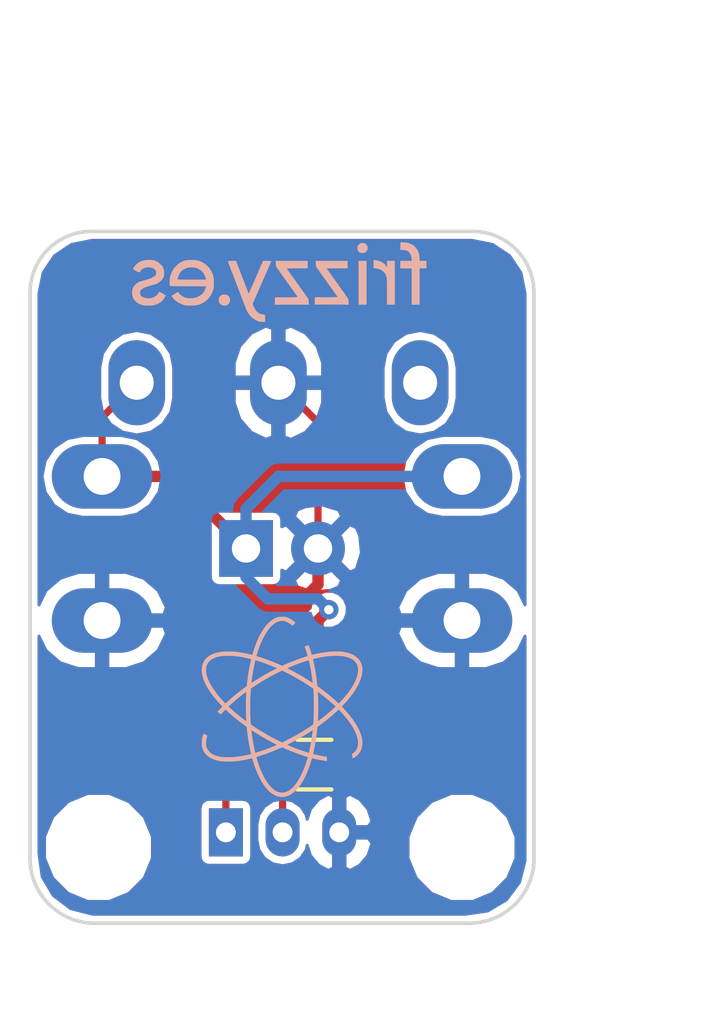
<source format=kicad_pcb>
(kicad_pcb (version 4) (host pcbnew 4.0.7-e2-6376~58~ubuntu16.04.1)

  (general
    (links 10)
    (no_connects 0)
    (area 128.964974 90.106499 146.875501 114.621026)
    (thickness 1.6)
    (drawings 10)
    (tracks 33)
    (zones 0)
    (modules 9)
    (nets 5)
  )

  (page A4)
  (layers
    (0 F.Cu signal)
    (31 B.Cu signal)
    (32 B.Adhes user)
    (33 F.Adhes user)
    (34 B.Paste user)
    (35 F.Paste user)
    (36 B.SilkS user)
    (37 F.SilkS user)
    (38 B.Mask user)
    (39 F.Mask user)
    (40 Dwgs.User user)
    (41 Cmts.User user)
    (42 Eco1.User user)
    (43 Eco2.User user)
    (44 Edge.Cuts user)
    (45 Margin user)
    (46 B.CrtYd user)
    (47 F.CrtYd user)
    (48 B.Fab user)
    (49 F.Fab user)
  )

  (setup
    (last_trace_width 0.254)
    (user_trace_width 0.1524)
    (user_trace_width 0.2)
    (user_trace_width 0.25)
    (user_trace_width 0.3)
    (user_trace_width 0.4)
    (user_trace_width 0.5)
    (user_trace_width 0.6)
    (user_trace_width 0.8)
    (user_trace_width 1)
    (user_trace_width 1.2)
    (user_trace_width 1.5)
    (user_trace_width 2)
    (trace_clearance 0.254)
    (zone_clearance 0.2)
    (zone_45_only no)
    (trace_min 0.1524)
    (segment_width 0.127)
    (edge_width 0.127)
    (via_size 0.6858)
    (via_drill 0.3302)
    (via_min_size 0.6858)
    (via_min_drill 0.3302)
    (uvia_size 0.508)
    (uvia_drill 0.127)
    (uvias_allowed no)
    (uvia_min_size 0.508)
    (uvia_min_drill 0.127)
    (pcb_text_width 0.127)
    (pcb_text_size 0.6 0.6)
    (mod_edge_width 0.127)
    (mod_text_size 0.6 0.6)
    (mod_text_width 0.127)
    (pad_size 1.524 1.524)
    (pad_drill 0.762)
    (pad_to_mask_clearance 0.05)
    (pad_to_paste_clearance -0.04)
    (aux_axis_origin 128.905 89.916)
    (visible_elements FFFFFF7F)
    (pcbplotparams
      (layerselection 0x010f0_80000001)
      (usegerberextensions true)
      (usegerberattributes true)
      (excludeedgelayer true)
      (linewidth 0.100000)
      (plotframeref false)
      (viasonmask false)
      (mode 1)
      (useauxorigin true)
      (hpglpennumber 1)
      (hpglpenspeed 20)
      (hpglpendiameter 15)
      (hpglpenoverlay 2)
      (psnegative false)
      (psa4output false)
      (plotreference false)
      (plotvalue false)
      (plotinvisibletext false)
      (padsonsilk false)
      (subtractmaskfromsilk false)
      (outputformat 1)
      (mirror false)
      (drillshape 0)
      (scaleselection 1)
      (outputdirectory CAM/))
  )

  (net 0 "")
  (net 1 GND)
  (net 2 SIGNAL)
  (net 3 5V)
  (net 4 "Net-(SW2-Pad1)")

  (net_class Default "Dit is de standaard class."
    (clearance 0.254)
    (trace_width 0.254)
    (via_dia 0.6858)
    (via_drill 0.3302)
    (uvia_dia 0.508)
    (uvia_drill 0.127)
    (add_net 5V)
    (add_net GND)
    (add_net "Net-(SW2-Pad1)")
    (add_net SIGNAL)
  )

  (net_class 0.2mm ""
    (clearance 0.2)
    (trace_width 0.2)
    (via_dia 0.6858)
    (via_drill 0.3302)
    (uvia_dia 0.508)
    (uvia_drill 0.127)
  )

  (net_class Minimal ""
    (clearance 0.1524)
    (trace_width 0.1524)
    (via_dia 0.6858)
    (via_drill 0.3302)
    (uvia_dia 0.508)
    (uvia_drill 0.127)
  )

  (module frizzy_switches:limit_sw_tiaihua (layer F.Cu) (tedit 59514B81) (tstamp 59186344)
    (at 137.795 95.504)
    (tags limit)
    (path /5910C1C7)
    (fp_text reference SW2 (at 0 -12.7) (layer F.SilkS) hide
      (effects (font (size 1 1) (thickness 0.15)))
    )
    (fp_text value Final_carrera (at 0 5.08) (layer F.Fab) hide
      (effects (font (size 1 1) (thickness 0.15)))
    )
    (fp_circle (center 3.81 -3.81) (end 5.08 -3.81) (layer Dwgs.User) (width 0.15))
    (fp_circle (center -3.81 -3.81) (end -2.54 -3.81) (layer Dwgs.User) (width 0.15))
    (fp_line (start 5.08 -2.54) (end 5.08 -1.27) (layer Dwgs.User) (width 0.15))
    (fp_line (start 0 -2.54) (end 0 -1.27) (layer Dwgs.User) (width 0.15))
    (fp_line (start -5.08 -1.27) (end -5.08 -2.54) (layer Dwgs.User) (width 0.15))
    (fp_line (start -6.35 -8.89) (end 3.81 -11.43) (layer Dwgs.User) (width 0.15))
    (fp_line (start -6.35 -5.08) (end 6.35 -5.08) (layer Dwgs.User) (width 0.15))
    (fp_line (start 6.35 -2.54) (end 6.35 -7.62) (layer Dwgs.User) (width 0.15))
    (fp_line (start 6.35 -7.62) (end 6.35 -8.89) (layer Dwgs.User) (width 0.15))
    (fp_line (start 6.35 -8.89) (end -6.35 -8.89) (layer Dwgs.User) (width 0.15))
    (fp_line (start -6.35 -8.89) (end -6.35 -2.54) (layer Dwgs.User) (width 0.15))
    (fp_line (start -6.35 -2.54) (end 6.35 -2.54) (layer Dwgs.User) (width 0.15))
    (pad 3 thru_hole oval (at 0 0 90) (size 3 2) (drill 1.2) (layers *.Cu *.Mask)
      (net 1 GND))
    (pad 1 thru_hole oval (at 5 0 90) (size 3 2) (drill 1.2) (layers *.Cu *.Mask)
      (net 4 "Net-(SW2-Pad1)"))
    (pad 2 thru_hole oval (at -5 0 90) (size 3 2) (drill 1.2) (layers *.Cu *.Mask)
      (net 2 SIGNAL))
  )

  (module LEDs:LED-5MM (layer F.Cu) (tedit 59187733) (tstamp 59187022)
    (at 136.652 101.346)
    (descr "LED 5mm round vertical")
    (tags "LED 5mm round vertical")
    (path /59186F6E)
    (fp_text reference R2 (at 1.524 4.064) (layer F.SilkS) hide
      (effects (font (size 1 1) (thickness 0.15)))
    )
    (fp_text value R_PHOTO (at 1.524 -3.937) (layer F.Fab) hide
      (effects (font (size 1 1) (thickness 0.15)))
    )
    (fp_line (start -1.5 -1.55) (end -1.5 1.55) (layer Dwgs.User) (width 0.05))
    (fp_arc (start 1.3 0) (end -1.5 1.55) (angle -302) (layer Dwgs.User) (width 0.05))
    (fp_arc (start 1.27 0) (end -1.23 -1.5) (angle 297.5) (layer Dwgs.User) (width 0.15))
    (fp_line (start -1.23 1.5) (end -1.23 -1.5) (layer Dwgs.User) (width 0.15))
    (fp_circle (center 1.27 0) (end 0.97 -2.5) (layer Dwgs.User) (width 0.15))
    (fp_text user K (at -1.905 1.905) (layer F.SilkS) hide
      (effects (font (size 1 1) (thickness 0.15)))
    )
    (pad 1 thru_hole rect (at 0 0 90) (size 2 1.9) (drill 1.00076) (layers *.Cu *.Mask)
      (net 2 SIGNAL))
    (pad 2 thru_hole circle (at 2.54 0) (size 1.9 1.9) (drill 1.00076) (layers *.Cu *.Mask)
      (net 1 GND))
    (model LEDs.3dshapes/LED-5MM.wrl
      (at (xyz 0.05 0 0))
      (scale (xyz 1 1 1))
      (rotate (xyz 0 0 90))
    )
  )

  (module Buttons_Switches_THT:SW_PUSH-12mm (layer F.Cu) (tedit 59186B8E) (tstamp 5918633D)
    (at 137.922 101.346)
    (path /59182F02)
    (fp_text reference SW1 (at 0 -0.762) (layer F.SilkS) hide
      (effects (font (size 1 1) (thickness 0.15)))
    )
    (fp_text value Pulsador (at 0 1.016) (layer F.Fab) hide
      (effects (font (size 1 1) (thickness 0.15)))
    )
    (fp_circle (center 0 0) (end 3.81 2.54) (layer Dwgs.User) (width 0.15))
    (fp_line (start -6.35 -6.35) (end 6.35 -6.35) (layer Dwgs.User) (width 0.15))
    (fp_line (start 6.35 -6.35) (end 6.35 6.35) (layer Dwgs.User) (width 0.15))
    (fp_line (start 6.35 6.35) (end -6.35 6.35) (layer Dwgs.User) (width 0.15))
    (fp_line (start -6.35 6.35) (end -6.35 -6.35) (layer Dwgs.User) (width 0.15))
    (pad 1 thru_hole oval (at 6.35 -2.54) (size 3.548 2.272) (drill 1.3) (layers *.Cu *.Mask)
      (net 2 SIGNAL))
    (pad 2 thru_hole oval (at 6.35 2.54) (size 3.548 2.272) (drill 1.3) (layers *.Cu *.Mask)
      (net 1 GND))
    (pad 1 thru_hole oval (at -6.35 -2.54) (size 3.548 2.272) (drill 1.3) (layers *.Cu *.Mask)
      (net 2 SIGNAL))
    (pad 2 thru_hole oval (at -6.35 2.54) (size 3.548 2.272) (drill 1.3) (layers *.Cu *.Mask)
      (net 1 GND))
    (model Buttons_Switches_ThroughHole.3dshapes/SW_PUSH-12mm.wrl
      (at (xyz 0 0 0))
      (scale (xyz 4 4 4))
      (rotate (xyz 0 0 0))
    )
  )

  (module Mounting_Holes:MountingHole_3.2mm_M3 (layer F.Cu) (tedit 591865C7) (tstamp 591E5384)
    (at 144.272 111.887)
    (descr "Mounting Hole 3.2mm, no annular, M3")
    (tags "mounting hole 3.2mm no annular m3")
    (fp_text reference REF** (at 0 -4.2) (layer F.SilkS) hide
      (effects (font (size 1 1) (thickness 0.15)))
    )
    (fp_text value MountingHole_3.2mm_M3 (at 0 4.2) (layer F.Fab) hide
      (effects (font (size 1 1) (thickness 0.15)))
    )
    (fp_circle (center 0 0) (end 3.2 0) (layer Cmts.User) (width 0.15))
    (fp_circle (center 0 0) (end 3.45 0) (layer F.CrtYd) (width 0.05))
    (pad 1 np_thru_hole circle (at 0 0) (size 3.2 3.2) (drill 3.2) (layers *.Cu *.Mask))
  )

  (module Connectors_JST:JST_PH_S3B-PH-K_03x2.00mm_Angled (layer F.Cu) (tedit 5910AC03) (tstamp 591044FF)
    (at 135.9408 111.3536)
    (descr http://www.jst-mfg.com/product/pdf/eng/ePH.pdf)
    (tags "connector jst ph")
    (path /59185582)
    (fp_text reference P1 (at 0 -2.5) (layer F.SilkS) hide
      (effects (font (size 1 1) (thickness 0.15)))
    )
    (fp_text value CONN_01X03 (at 2 7.5) (layer F.Fab) hide
      (effects (font (size 1 1) (thickness 0.15)))
    )
    (fp_line (start 0.5 6.25) (end 0.5 2) (layer Dwgs.User) (width 0.15))
    (fp_line (start 0.5 2) (end 3.5 2) (layer Dwgs.User) (width 0.15))
    (fp_line (start 3.5 2) (end 3.5 6.25) (layer Dwgs.User) (width 0.15))
    (fp_line (start -0.9 0.25) (end -1.25 0.25) (layer Dwgs.User) (width 0.15))
    (fp_line (start -1.25 0.25) (end -1.25 -1.35) (layer Dwgs.User) (width 0.15))
    (fp_line (start -1.25 -1.35) (end -1.95 -1.35) (layer Dwgs.User) (width 0.15))
    (fp_line (start -1.95 -1.35) (end -1.95 6.25) (layer Dwgs.User) (width 0.15))
    (fp_line (start -1.95 6.25) (end 5.95 6.25) (layer Dwgs.User) (width 0.15))
    (fp_line (start 5.95 6.25) (end 5.95 -1.35) (layer Dwgs.User) (width 0.15))
    (fp_line (start 5.95 -1.35) (end 5.25 -1.35) (layer Dwgs.User) (width 0.15))
    (fp_line (start 5.25 -1.35) (end 5.25 0.25) (layer Dwgs.User) (width 0.15))
    (fp_line (start 5.25 0.25) (end 4.9 0.25) (layer Dwgs.User) (width 0.15))
    (fp_line (start 0 -1.2) (end -0.4 -1.6) (layer Dwgs.User) (width 0.15))
    (fp_line (start -0.4 -1.6) (end 0.4 -1.6) (layer Dwgs.User) (width 0.15))
    (fp_line (start 0.4 -1.6) (end 0 -1.2) (layer Dwgs.User) (width 0.15))
    (fp_line (start -1.95 0.25) (end -1.25 0.25) (layer Dwgs.User) (width 0.15))
    (fp_line (start 5.95 0.25) (end 5.25 0.25) (layer Dwgs.User) (width 0.15))
    (fp_line (start -1.3 2.5) (end -1.3 4.1) (layer Dwgs.User) (width 0.15))
    (fp_line (start -1.3 4.1) (end -0.3 4.1) (layer Dwgs.User) (width 0.15))
    (fp_line (start -0.3 4.1) (end -0.3 2.5) (layer Dwgs.User) (width 0.15))
    (fp_line (start -0.3 2.5) (end -1.3 2.5) (layer Dwgs.User) (width 0.15))
    (fp_line (start 5.3 2.5) (end 5.3 4.1) (layer Dwgs.User) (width 0.15))
    (fp_line (start 5.3 4.1) (end 4.3 4.1) (layer Dwgs.User) (width 0.15))
    (fp_line (start 4.3 4.1) (end 4.3 2.5) (layer Dwgs.User) (width 0.15))
    (fp_line (start 4.3 2.5) (end 5.3 2.5) (layer Dwgs.User) (width 0.15))
    (fp_line (start -0.3 4.1) (end -0.3 6.25) (layer Dwgs.User) (width 0.15))
    (fp_line (start -0.8 4.1) (end -0.8 6.25) (layer Dwgs.User) (width 0.15))
    (fp_line (start 0.9 0.25) (end 1.1 0.25) (layer Dwgs.User) (width 0.15))
    (fp_line (start 2.9 0.25) (end 3.1 0.25) (layer Dwgs.User) (width 0.15))
    (fp_line (start -2.45 6.75) (end -2.45 -1.85) (layer Dwgs.User) (width 0.05))
    (fp_line (start -2.45 -1.85) (end 6.45 -1.85) (layer Dwgs.User) (width 0.05))
    (fp_line (start 6.45 -1.85) (end 6.45 6.75) (layer Dwgs.User) (width 0.05))
    (fp_line (start 6.45 6.75) (end -2.45 6.75) (layer Dwgs.User) (width 0.05))
    (pad 1 thru_hole rect (at 0 0) (size 1.2 1.7) (drill 0.7) (layers *.Cu *.Mask)
      (net 2 SIGNAL))
    (pad 2 thru_hole oval (at 2 0) (size 1.2 1.7) (drill 0.7) (layers *.Cu *.Mask)
      (net 3 5V))
    (pad 3 thru_hole oval (at 4 0) (size 1.2 1.7) (drill 0.7) (layers *.Cu *.Mask)
      (net 1 GND))
    (model ${KIPRJMOD}/3d_modules/s3b-ph-kl.wrl
      (at (xyz 0.07870000000000001 0 0))
      (scale (xyz 1 1 1))
      (rotate (xyz 0 0 0))
    )
  )

  (module Resistors_SMD:R_0805 (layer F.Cu) (tedit 5910AB2D) (tstamp 5910450C)
    (at 139.065 108.966)
    (descr "Resistor SMD 0805, reflow soldering, Vishay (see dcrcw.pdf)")
    (tags "resistor 0805")
    (path /59184AE6)
    (attr smd)
    (fp_text reference R1 (at 0 -2.1) (layer F.SilkS) hide
      (effects (font (size 1 1) (thickness 0.15)))
    )
    (fp_text value 10k (at 0 2.1) (layer F.Fab) hide
      (effects (font (size 1 1) (thickness 0.15)))
    )
    (fp_line (start -1 0.625) (end -1 -0.625) (layer F.Fab) (width 0.1))
    (fp_line (start 1 0.625) (end -1 0.625) (layer F.Fab) (width 0.1))
    (fp_line (start 1 -0.625) (end 1 0.625) (layer F.Fab) (width 0.1))
    (fp_line (start -1 -0.625) (end 1 -0.625) (layer F.Fab) (width 0.1))
    (fp_line (start -1.6 -1) (end 1.6 -1) (layer F.CrtYd) (width 0.05))
    (fp_line (start -1.6 1) (end 1.6 1) (layer F.CrtYd) (width 0.05))
    (fp_line (start -1.6 -1) (end -1.6 1) (layer F.CrtYd) (width 0.05))
    (fp_line (start 1.6 -1) (end 1.6 1) (layer F.CrtYd) (width 0.05))
    (fp_line (start 0.6 0.875) (end -0.6 0.875) (layer F.SilkS) (width 0.15))
    (fp_line (start -0.6 -0.875) (end 0.6 -0.875) (layer F.SilkS) (width 0.15))
    (pad 1 smd rect (at -0.95 0) (size 0.7 1.3) (layers F.Cu F.Paste F.Mask)
      (net 3 5V))
    (pad 2 smd rect (at 0.95 0) (size 0.7 1.3) (layers F.Cu F.Paste F.Mask)
      (net 2 SIGNAL))
    (model Resistors_SMD.3dshapes/R_0805.wrl
      (at (xyz 0 0 0))
      (scale (xyz 1 1 1))
      (rotate (xyz 0 0 0))
    )
  )

  (module Mounting_Holes:MountingHole_3.2mm_M3 (layer F.Cu) (tedit 591865C7) (tstamp 591865BD)
    (at 131.445 111.887)
    (descr "Mounting Hole 3.2mm, no annular, M3")
    (tags "mounting hole 3.2mm no annular m3")
    (fp_text reference REF** (at 0 -4.2) (layer F.SilkS) hide
      (effects (font (size 1 1) (thickness 0.15)))
    )
    (fp_text value MountingHole_3.2mm_M3 (at 0 4.2) (layer F.Fab) hide
      (effects (font (size 1 1) (thickness 0.15)))
    )
    (fp_circle (center 0 0) (end 3.2 0) (layer Cmts.User) (width 0.15))
    (fp_circle (center 0 0) (end 3.45 0) (layer F.CrtYd) (width 0.05))
    (pad 1 np_thru_hole circle (at 0 0) (size 3.2 3.2) (drill 3.2) (layers *.Cu *.Mask))
  )

  (module logos_frizzy:web (layer B.Cu) (tedit 0) (tstamp 59187AB0)
    (at 137.795 91.821 180)
    (fp_text reference G*** (at 0 0 180) (layer B.SilkS) hide
      (effects (font (thickness 0.3)) (justify mirror))
    )
    (fp_text value LOGO (at 0.75 0 180) (layer B.SilkS) hide
      (effects (font (thickness 0.3)) (justify mirror))
    )
    (fp_poly (pts (xy 0.55579 0.574676) (xy 0.565572 0.544995) (xy 0.570637 0.52705) (xy 0.580742 0.507716)
      (xy 0.59055 0.4953) (xy 0.604729 0.476892) (xy 0.607802 0.4699) (xy 0.612977 0.451553)
      (xy 0.627349 0.414528) (xy 0.649236 0.363099) (xy 0.655347 0.34925) (xy 0.669437 0.316922)
      (xy 0.678234 0.295599) (xy 0.67945 0.2921) (xy 0.68511 0.2776) (xy 0.697525 0.248623)
      (xy 0.703552 0.23495) (xy 0.730492 0.173828) (xy 0.747942 0.133192) (xy 0.755347 0.114336)
      (xy 0.755357 0.1143) (xy 0.761198 0.099794) (xy 0.773722 0.070807) (xy 0.779752 0.05715)
      (xy 0.807557 -0.005952) (xy 0.824779 -0.046205) (xy 0.831425 -0.0635) (xy 0.837257 -0.077802)
      (xy 0.85022 -0.10717) (xy 0.859192 -0.127) (xy 0.883199 -0.18164) (xy 0.896056 -0.216137)
      (xy 0.898588 -0.232744) (xy 0.898177 -0.233749) (xy 0.903602 -0.245515) (xy 0.919543 -0.265366)
      (xy 0.933608 -0.284247) (xy 0.93345 -0.2921) (xy 0.932637 -0.299778) (xy 0.943276 -0.314325)
      (xy 0.959541 -0.335356) (xy 0.964642 -0.345941) (xy 0.972826 -0.374674) (xy 0.992623 -0.423426)
      (xy 1.007707 -0.4572) (xy 1.022952 -0.491947) (xy 1.032661 -0.516597) (xy 1.03441 -0.522816)
      (xy 1.040465 -0.538987) (xy 1.052277 -0.53547) (xy 1.066516 -0.516298) (xy 1.07985 -0.485501)
      (xy 1.086823 -0.459383) (xy 1.094868 -0.433138) (xy 1.099649 -0.421283) (xy 1.108748 -0.400031)
      (xy 1.111217 -0.3937) (xy 1.117629 -0.376897) (xy 1.129416 -0.34715) (xy 1.142356 -0.315029)
      (xy 1.151804 -0.2921) (xy 1.160142 -0.271743) (xy 1.16205 -0.2667) (xy 1.168486 -0.250974)
      (xy 1.17365 -0.239116) (xy 1.183312 -0.211401) (xy 1.18561 -0.201016) (xy 1.194399 -0.175646)
      (xy 1.200139 -0.1651) (xy 1.212582 -0.135803) (xy 1.21591 -0.121646) (xy 1.224476 -0.093929)
      (xy 1.230497 -0.083546) (xy 1.240955 -0.063358) (xy 1.253735 -0.02991) (xy 1.2573 -0.01905)
      (xy 1.269653 0.015878) (xy 1.280805 0.040614) (xy 1.283275 0.04445) (xy 1.292861 0.060713)
      (xy 1.2935 0.0635) (xy 1.294655 0.070254) (xy 1.298819 0.083685) (xy 1.307649 0.10853)
      (xy 1.322805 0.149529) (xy 1.335736 0.18415) (xy 1.350692 0.22444) (xy 1.361582 0.254363)
      (xy 1.365812 0.2667) (xy 1.371317 0.282128) (xy 1.382749 0.311565) (xy 1.396375 0.345526)
      (xy 1.405804 0.3683) (xy 1.413754 0.388632) (xy 1.415349 0.3937) (xy 1.420369 0.407704)
      (xy 1.432375 0.439263) (xy 1.449047 0.482299) (xy 1.454127 0.4953) (xy 1.471204 0.540853)
      (xy 1.483416 0.577168) (xy 1.48869 0.597948) (xy 1.488655 0.600075) (xy 1.499388 0.603818)
      (xy 1.53063 0.60687) (xy 1.577494 0.608905) (xy 1.631949 0.6096) (xy 1.690945 0.608632)
      (xy 1.738041 0.605978) (xy 1.768562 0.602021) (xy 1.778 0.597727) (xy 1.773827 0.57752)
      (xy 1.766821 0.556452) (xy 1.757697 0.530117) (xy 1.754378 0.517392) (xy 1.748151 0.500401)
      (xy 1.734733 0.472203) (xy 1.73355 0.4699) (xy 1.719783 0.441303) (xy 1.712833 0.42306)
      (xy 1.712721 0.422409) (xy 1.70779 0.404201) (xy 1.699901 0.381) (xy 1.687332 0.346036)
      (xy 1.681055 0.326923) (xy 1.678499 0.31571) (xy 1.678274 0.314192) (xy 1.67198 0.297207)
      (xy 1.658522 0.268981) (xy 1.657281 0.266567) (xy 1.646412 0.241271) (xy 1.645418 0.228858)
      (xy 1.646292 0.2286) (xy 1.645417 0.220742) (xy 1.63195 0.2032) (xy 1.618038 0.184873)
      (xy 1.617607 0.1778) (xy 1.618343 0.168085) (xy 1.608847 0.144256) (xy 1.606618 0.139834)
      (xy 1.593664 0.113323) (xy 1.588112 0.099017) (xy 1.588135 0.098559) (xy 1.584928 0.085598)
      (xy 1.575591 0.058054) (xy 1.563321 0.024967) (xy 1.553295 0) (xy 1.545456 -0.020323)
      (xy 1.543952 -0.0254) (xy 1.537064 -0.040906) (xy 1.535021 -0.04445) (xy 1.527169 -0.062837)
      (xy 1.514911 -0.096979) (xy 1.50495 -0.127) (xy 1.491433 -0.167272) (xy 1.480055 -0.198012)
      (xy 1.474878 -0.20955) (xy 1.466576 -0.226493) (xy 1.46598 -0.2286) (xy 1.460853 -0.243671)
      (xy 1.450164 -0.271466) (xy 1.449534 -0.27305) (xy 1.435085 -0.310055) (xy 1.42823 -0.330505)
      (xy 1.4268 -0.341295) (xy 1.427191 -0.344123) (xy 1.421644 -0.359249) (xy 1.414555 -0.369523)
      (xy 1.402972 -0.391045) (xy 1.388164 -0.427606) (xy 1.37795 -0.4572) (xy 1.36415 -0.497504)
      (xy 1.352046 -0.528251) (xy 1.346174 -0.53975) (xy 1.336652 -0.559222) (xy 1.324397 -0.59219)
      (xy 1.320787 -0.60325) (xy 1.309 -0.638127) (xy 1.299236 -0.662863) (xy 1.297264 -0.66675)
      (xy 1.287983 -0.689507) (xy 1.287398 -0.69215) (xy 1.281209 -0.711169) (xy 1.268749 -0.742745)
      (xy 1.26467 -0.752414) (xy 1.251965 -0.783768) (xy 1.245116 -0.803942) (xy 1.244712 -0.806522)
      (xy 1.23972 -0.82116) (xy 1.227021 -0.848032) (xy 1.22555 -0.8509) (xy 1.211783 -0.879497)
      (xy 1.204833 -0.89774) (xy 1.204721 -0.898391) (xy 1.199302 -0.917926) (xy 1.187948 -0.950628)
      (xy 1.174286 -0.986137) (xy 1.172454 -0.9906) (xy 1.163398 -1.015259) (xy 1.161297 -1.02235)
      (xy 1.154431 -1.041079) (xy 1.141117 -1.07287) (xy 1.135412 -1.08585) (xy 1.121365 -1.118163)
      (xy 1.11273 -1.139488) (xy 1.111599 -1.143) (xy 1.104396 -1.156251) (xy 1.087197 -1.183419)
      (xy 1.072728 -1.205224) (xy 1.048699 -1.241028) (xy 1.029129 -1.270483) (xy 1.02235 -1.280858)
      (xy 0.999961 -1.310723) (xy 0.970195 -1.344267) (xy 0.938795 -1.375755) (xy 0.911503 -1.399457)
      (xy 0.89406 -1.40964) (xy 0.893283 -1.4097) (xy 0.877739 -1.416161) (xy 0.8763 -1.420499)
      (xy 0.865853 -1.430728) (xy 0.838972 -1.447907) (xy 0.802349 -1.468476) (xy 0.762672 -1.488876)
      (xy 0.726633 -1.505547) (xy 0.700922 -1.51493) (xy 0.697476 -1.51564) (xy 0.672079 -1.523128)
      (xy 0.66675 -1.525785) (xy 0.648418 -1.529826) (xy 0.612376 -1.53337) (xy 0.566313 -1.535669)
      (xy 0.56482 -1.535712) (xy 0.47559 -1.538219) (xy 0.476068 -1.417719) (xy 0.476887 -1.365043)
      (xy 0.478695 -1.322678) (xy 0.48118 -1.296519) (xy 0.482748 -1.291151) (xy 0.497813 -1.28635)
      (xy 0.530068 -1.280394) (xy 0.5588 -1.276349) (xy 0.600596 -1.269216) (xy 0.632966 -1.260271)
      (xy 0.644525 -1.254553) (xy 0.658072 -1.247949) (xy 0.6604 -1.25095) (xy 0.668288 -1.251861)
      (xy 0.680804 -1.243475) (xy 0.709482 -1.223577) (xy 0.727887 -1.213241) (xy 0.751096 -1.194993)
      (xy 0.778717 -1.164364) (xy 0.790028 -1.149245) (xy 0.816229 -1.109062) (xy 0.844012 -1.062062)
      (xy 0.870647 -1.013496) (xy 0.893404 -0.96862) (xy 0.909552 -0.932686) (xy 0.916363 -0.910949)
      (xy 0.915761 -0.907295) (xy 0.907447 -0.891228) (xy 0.907438 -0.891116) (xy 0.902099 -0.876087)
      (xy 0.888725 -0.84501) (xy 0.871065 -0.80645) (xy 0.852374 -0.765233) (xy 0.838619 -0.732292)
      (xy 0.83302 -0.715656) (xy 0.823416 -0.693622) (xy 0.816498 -0.683906) (xy 0.803367 -0.664168)
      (xy 0.800832 -0.657358) (xy 0.791978 -0.627236) (xy 0.771285 -0.57669) (xy 0.757592 -0.5461)
      (xy 0.742354 -0.511848) (xy 0.732549 -0.488209) (xy 0.730694 -0.4826) (xy 0.723984 -0.467735)
      (xy 0.717712 -0.4572) (xy 0.706032 -0.433858) (xy 0.703607 -0.42545) (xy 0.697526 -0.407181)
      (xy 0.684269 -0.375028) (xy 0.675638 -0.3556) (xy 0.637483 -0.27133) (xy 0.604925 -0.198542)
      (xy 0.579201 -0.140051) (xy 0.561546 -0.09867) (xy 0.553198 -0.077215) (xy 0.552902 -0.0762)
      (xy 0.54704 -0.062295) (xy 0.533329 -0.032077) (xy 0.515465 0.00635) (xy 0.496843 0.047204)
      (xy 0.483171 0.079406) (xy 0.477619 0.09525) (xy 0.469447 0.116344) (xy 0.463387 0.127)
      (xy 0.452446 0.146544) (xy 0.450272 0.1524) (xy 0.444969 0.16689) (xy 0.432767 0.195845)
      (xy 0.426747 0.20955) (xy 0.401039 0.267837) (xy 0.384757 0.305768) (xy 0.376741 0.326076)
      (xy 0.375519 0.3302) (xy 0.368429 0.34509) (xy 0.362112 0.3556) (xy 0.350362 0.378951)
      (xy 0.34788 0.38735) (xy 0.341725 0.404696) (xy 0.327681 0.437599) (xy 0.310034 0.47625)
      (xy 0.291719 0.516281) (xy 0.278612 0.546846) (xy 0.273661 0.560917) (xy 0.265353 0.576936)
      (xy 0.263525 0.578909) (xy 0.255206 0.591501) (xy 0.261443 0.600262) (xy 0.284898 0.605796)
      (xy 0.328232 0.608706) (xy 0.394108 0.609598) (xy 0.398807 0.609601) (xy 0.543615 0.609601)
      (xy 0.55579 0.574676)) (layer B.SilkS) (width 0.01))
    (fp_poly (pts (xy 0.7366 -1.20015) (xy 0.73025 -1.2065) (xy 0.7239 -1.20015) (xy 0.73025 -1.1938)
      (xy 0.7366 -1.20015)) (layer B.SilkS) (width 0.01))
    (fp_poly (pts (xy 1.959299 -0.579094) (xy 1.988961 -0.58506) (xy 2.013637 -0.59995) (xy 2.043528 -0.627856)
      (xy 2.046656 -0.630979) (xy 2.077495 -0.664368) (xy 2.093897 -0.692286) (xy 2.1009 -0.725569)
      (xy 2.10263 -0.75139) (xy 2.099463 -0.813545) (xy 2.080843 -0.863377) (xy 2.042853 -0.910505)
      (xy 2.034472 -0.918668) (xy 1.989879 -0.946223) (xy 1.933265 -0.961146) (xy 1.874985 -0.962004)
      (xy 1.825806 -0.947585) (xy 1.78973 -0.926648) (xy 1.761008 -0.907459) (xy 1.744716 -0.893699)
      (xy 1.744979 -0.889) (xy 1.746934 -0.881167) (xy 1.738872 -0.868711) (xy 1.719712 -0.830727)
      (xy 1.710637 -0.781418) (xy 1.711907 -0.730574) (xy 1.723781 -0.687986) (xy 1.733667 -0.672969)
      (xy 1.746663 -0.654781) (xy 1.74527 -0.6477) (xy 1.747942 -0.641415) (xy 1.76713 -0.625347)
      (xy 1.784576 -0.612775) (xy 1.819672 -0.591994) (xy 1.854603 -0.581429) (xy 1.900697 -0.578044)
      (xy 1.91445 -0.577962) (xy 1.959299 -0.579094)) (layer B.SilkS) (width 0.01))
    (fp_poly (pts (xy 3.151951 0.641162) (xy 3.232714 0.63428) (xy 3.304718 0.618616) (xy 3.376045 0.592238)
      (xy 3.454774 0.553214) (xy 3.4798 0.539448) (xy 3.501067 0.523919) (xy 3.532935 0.49644)
      (xy 3.570883 0.461425) (xy 3.61039 0.423286) (xy 3.646936 0.386437) (xy 3.676001 0.35529)
      (xy 3.693066 0.334258) (xy 3.6957 0.328668) (xy 3.702274 0.312833) (xy 3.718797 0.284938)
      (xy 3.726894 0.272661) (xy 3.751385 0.229548) (xy 3.777177 0.173319) (xy 3.799689 0.114989)
      (xy 3.814341 0.065573) (xy 3.815663 0.059161) (xy 3.820582 0.037524) (xy 3.823016 0.03175)
      (xy 3.827439 0.020062) (xy 3.831138 -0.010969) (xy 3.833974 -0.055294) (xy 3.835807 -0.106862)
      (xy 3.836496 -0.159622) (xy 3.835901 -0.207525) (xy 3.833884 -0.244522) (xy 3.830302 -0.26456)
      (xy 3.829887 -0.265344) (xy 3.818653 -0.268857) (xy 3.788967 -0.271824) (xy 3.73982 -0.274268)
      (xy 3.670204 -0.276209) (xy 3.57911 -0.277671) (xy 3.465528 -0.278675) (xy 3.328451 -0.279243)
      (xy 3.186769 -0.2794) (xy 2.552337 -0.2794) (xy 2.559517 -0.320155) (xy 2.568628 -0.353873)
      (xy 2.580304 -0.377305) (xy 2.58847 -0.391217) (xy 2.586758 -0.3937) (xy 2.584844 -0.402683)
      (xy 2.595598 -0.42621) (xy 2.615625 -0.459148) (xy 2.64153 -0.496364) (xy 2.669919 -0.532724)
      (xy 2.697398 -0.563096) (xy 2.701215 -0.566802) (xy 2.731682 -0.590674) (xy 2.774966 -0.618658)
      (xy 2.822894 -0.646097) (xy 2.867293 -0.668336) (xy 2.899988 -0.680718) (xy 2.90195 -0.681163)
      (xy 2.924378 -0.685484) (xy 2.94005 -0.688344) (xy 2.967678 -0.696033) (xy 2.978628 -0.701125)
      (xy 2.997092 -0.704826) (xy 3.033635 -0.707199) (xy 3.080972 -0.708267) (xy 3.131819 -0.708055)
      (xy 3.17889 -0.706588) (xy 3.214901 -0.703891) (xy 3.23215 -0.700261) (xy 3.254945 -0.692062)
      (xy 3.268851 -0.689151) (xy 3.30902 -0.677219) (xy 3.357249 -0.65537) (xy 3.401713 -0.629496)
      (xy 3.425293 -0.611175) (xy 3.447373 -0.592134) (xy 3.461116 -0.5842) (xy 3.461126 -0.5842)
      (xy 3.475362 -0.576275) (xy 3.487964 -0.56515) (xy 3.500191 -0.550166) (xy 3.499841 -0.5461)
      (xy 3.502061 -0.53792) (xy 3.51711 -0.518009) (xy 3.518991 -0.515825) (xy 3.539288 -0.495915)
      (xy 3.557479 -0.493433) (xy 3.582154 -0.50393) (xy 3.609841 -0.519933) (xy 3.625671 -0.533122)
      (xy 3.625844 -0.53339) (xy 3.640183 -0.544519) (xy 3.670422 -0.562117) (xy 3.702018 -0.578391)
      (xy 3.740463 -0.598615) (xy 3.758961 -0.61562) (xy 3.758217 -0.635317) (xy 3.738935 -0.663614)
      (xy 3.715451 -0.69095) (xy 3.694529 -0.717283) (xy 3.683503 -0.73612) (xy 3.683 -0.738575)
      (xy 3.672554 -0.747812) (xy 3.661833 -0.7493) (xy 3.647651 -0.752924) (xy 3.648528 -0.757161)
      (xy 3.647429 -0.770507) (xy 3.63332 -0.787659) (xy 3.614853 -0.799158) (xy 3.609262 -0.8001)
      (xy 3.591808 -0.808817) (xy 3.581867 -0.818586) (xy 3.562401 -0.833717) (xy 3.527014 -0.854741)
      (xy 3.482845 -0.878097) (xy 3.43703 -0.900226) (xy 3.396705 -0.917567) (xy 3.36901 -0.926561)
      (xy 3.364329 -0.9271) (xy 3.341263 -0.93213) (xy 3.335499 -0.935934) (xy 3.32521 -0.942876)
      (xy 3.307637 -0.948019) (xy 3.278754 -0.9518) (xy 3.234539 -0.954653) (xy 3.170965 -0.957016)
      (xy 3.13055 -0.958153) (xy 3.064495 -0.958874) (xy 3.001889 -0.957754) (xy 2.95041 -0.955032)
      (xy 2.921 -0.951613) (xy 2.862395 -0.94044) (xy 2.82213 -0.931504) (xy 2.79349 -0.922861)
      (xy 2.769762 -0.912568) (xy 2.750683 -0.902336) (xy 2.721928 -0.88825) (xy 2.703789 -0.883196)
      (xy 2.701776 -0.883857) (xy 2.69032 -0.880389) (xy 2.679954 -0.870256) (xy 2.659341 -0.854001)
      (xy 2.648363 -0.8509) (xy 2.628883 -0.842247) (xy 2.60985 -0.8255) (xy 2.587543 -0.80646)
      (xy 2.571928 -0.8001) (xy 2.556513 -0.791462) (xy 2.529434 -0.768632) (xy 2.496092 -0.736232)
      (xy 2.490328 -0.73025) (xy 2.460031 -0.697289) (xy 2.439647 -0.672708) (xy 2.432727 -0.660864)
      (xy 2.433407 -0.6604) (xy 2.43173 -0.652448) (xy 2.416013 -0.632441) (xy 2.40665 -0.6223)
      (xy 2.386648 -0.599099) (xy 2.379315 -0.585597) (xy 2.380842 -0.5842) (xy 2.382249 -0.576371)
      (xy 2.372448 -0.561975) (xy 2.352253 -0.531929) (xy 2.341154 -0.503139) (xy 2.340562 -0.4953)
      (xy 2.335618 -0.480562) (xy 2.325358 -0.45955) (xy 2.311421 -0.428548) (xy 2.305222 -0.40875)
      (xy 2.299641 -0.383046) (xy 2.291233 -0.345725) (xy 2.288814 -0.335172) (xy 2.28358 -0.297139)
      (xy 2.280552 -0.242844) (xy 2.279599 -0.178792) (xy 2.280589 -0.111492) (xy 2.283243 -0.0508)
      (xy 2.551174 -0.0508) (xy 3.060793 -0.0508) (xy 3.187813 -0.050772) (xy 3.29171 -0.050613)
      (xy 3.374761 -0.050208) (xy 3.439244 -0.049443) (xy 3.487437 -0.048201) (xy 3.521615 -0.046368)
      (xy 3.544058 -0.043831) (xy 3.557041 -0.040473) (xy 3.562841 -0.036179) (xy 3.563738 -0.030836)
      (xy 3.562384 -0.025508) (xy 3.553851 0.006858) (xy 3.548076 0.034422) (xy 3.538602 0.066347)
      (xy 3.528292 0.085331) (xy 3.52021 0.099169) (xy 3.521941 0.1016) (xy 3.52228 0.110728)
      (xy 3.51099 0.134267) (xy 3.491872 0.166455) (xy 3.468728 0.201529) (xy 3.445358 0.233725)
      (xy 3.425565 0.25728) (xy 3.413221 0.266429) (xy 3.397953 0.274189) (xy 3.374044 0.292571)
      (xy 3.37308 0.293405) (xy 3.350277 0.310526) (xy 3.336612 0.31584) (xy 3.336217 0.31563)
      (xy 3.323226 0.319428) (xy 3.306508 0.331577) (xy 3.283947 0.346393) (xy 3.254067 0.360676)
      (xy 3.224994 0.371296) (xy 3.204853 0.375126) (xy 3.2004 0.372435) (xy 3.192658 0.372711)
      (xy 3.184029 0.378776) (xy 3.164708 0.384176) (xy 3.127348 0.38732) (xy 3.079208 0.388251)
      (xy 3.027545 0.387013) (xy 2.979617 0.383649) (xy 2.942682 0.378202) (xy 2.938925 0.377308)
      (xy 2.867385 0.356951) (xy 2.818336 0.337797) (xy 2.788978 0.318712) (xy 2.785886 0.315552)
      (xy 2.765758 0.297551) (xy 2.754028 0.2921) (xy 2.733933 0.282488) (xy 2.705707 0.257904)
      (xy 2.674839 0.224724) (xy 2.646823 0.189328) (xy 2.627148 0.158093) (xy 2.621219 0.137859)
      (xy 2.614574 0.123496) (xy 2.598356 0.102934) (xy 2.583818 0.084007) (xy 2.582928 0.0762)
      (xy 2.584535 0.066876) (xy 2.577162 0.04905) (xy 2.564005 0.015302) (xy 2.556903 -0.01445)
      (xy 2.551174 -0.0508) (xy 2.283243 -0.0508) (xy 2.28339 -0.047449) (xy 2.287871 0.006829)
      (xy 2.293899 0.044836) (xy 2.296695 0.053975) (xy 2.304735 0.078497) (xy 2.304487 0.088898)
      (xy 2.304409 0.0889) (xy 2.305219 0.09867) (xy 2.315529 0.122626) (xy 2.31775 0.127)
      (xy 2.328654 0.152351) (xy 2.329696 0.16483) (xy 2.328807 0.1651) (xy 2.329682 0.172959)
      (xy 2.34315 0.1905) (xy 2.356529 0.208778) (xy 2.35585 0.2159) (xy 2.3552 0.223624)
      (xy 2.366609 0.239156) (xy 2.380285 0.258994) (xy 2.381199 0.268867) (xy 2.384592 0.280913)
      (xy 2.400222 0.29838) (xy 2.419199 0.319451) (xy 2.4257 0.333085) (xy 2.43478 0.35076)
      (xy 2.458854 0.379729) (xy 2.493167 0.41531) (xy 2.532967 0.45282) (xy 2.573502 0.487576)
      (xy 2.610017 0.514895) (xy 2.610672 0.515332) (xy 2.671902 0.552407) (xy 2.73461 0.584134)
      (xy 2.790733 0.606696) (xy 2.820798 0.614815) (xy 2.843904 0.619754) (xy 2.85115 0.622328)
      (xy 2.86356 0.628197) (xy 2.899646 0.633321) (xy 2.95769 0.637539) (xy 3.035974 0.640694)
      (xy 3.05435 0.641194) (xy 3.151951 0.641162)) (layer B.SilkS) (width 0.01))
    (fp_poly (pts (xy 4.686737 0.636119) (xy 4.805922 0.610342) (xy 4.911003 0.563688) (xy 5.002476 0.495933)
      (xy 5.080837 0.40685) (xy 5.08635 0.399088) (xy 5.113935 0.355008) (xy 5.123349 0.327718)
      (xy 5.114481 0.317563) (xy 5.112895 0.3175) (xy 5.09102 0.308558) (xy 5.079963 0.298407)
      (xy 5.060745 0.283282) (xy 5.026084 0.262502) (xy 4.986605 0.242111) (xy 4.933761 0.220646)
      (xy 4.898778 0.215978) (xy 4.88042 0.228159) (xy 4.8768 0.246714) (xy 4.86645 0.268626)
      (xy 4.839713 0.296709) (xy 4.803053 0.326051) (xy 4.762936 0.35174) (xy 4.725828 0.368862)
      (xy 4.711156 0.37257) (xy 4.68566 0.37985) (xy 4.67995 0.382596) (xy 4.652264 0.38971)
      (xy 4.608594 0.392212) (xy 4.557879 0.390394) (xy 4.509055 0.384546) (xy 4.473575 0.375885)
      (xy 4.441519 0.365834) (xy 4.42218 0.362329) (xy 4.4196 0.363469) (xy 4.411359 0.359208)
      (xy 4.389969 0.3413) (xy 4.365977 0.319189) (xy 4.335393 0.288203) (xy 4.319381 0.263246)
      (xy 4.313265 0.233774) (xy 4.312355 0.198232) (xy 4.314845 0.152064) (xy 4.32437 0.120805)
      (xy 4.343752 0.094551) (xy 4.372292 0.068215) (xy 4.399021 0.05002) (xy 4.40055 0.049295)
      (xy 4.428644 0.034901) (xy 4.463445 0.015073) (xy 4.467225 0.0128) (xy 4.49344 -0.001316)
      (xy 4.507657 -0.005563) (xy 4.5085 -0.004536) (xy 4.516256 -0.004547) (xy 4.525371 -0.010892)
      (xy 4.551758 -0.02446) (xy 4.569494 -0.029053) (xy 4.595387 -0.036143) (xy 4.605539 -0.042006)
      (xy 4.624167 -0.049143) (xy 4.64185 -0.0508) (xy 4.668225 -0.054798) (xy 4.678891 -0.060325)
      (xy 4.695062 -0.069915) (xy 4.696883 -0.070155) (xy 4.719369 -0.074185) (xy 4.756181 -0.083542)
      (xy 4.79758 -0.095438) (xy 4.833824 -0.107083) (xy 4.854402 -0.115261) (xy 4.882985 -0.125375)
      (xy 4.89585 -0.127) (xy 4.928018 -0.136536) (xy 4.969662 -0.162034) (xy 5.015439 -0.198825)
      (xy 5.060006 -0.242238) (xy 5.098022 -0.287607) (xy 5.12093 -0.323705) (xy 5.149666 -0.404278)
      (xy 5.160698 -0.495495) (xy 5.154009 -0.589769) (xy 5.129581 -0.679513) (xy 5.12181 -0.697929)
      (xy 5.104355 -0.727642) (xy 5.077853 -0.763401) (xy 5.047475 -0.799297) (xy 5.018392 -0.829423)
      (xy 4.995773 -0.847871) (xy 4.987924 -0.8509) (xy 4.971733 -0.858746) (xy 4.951213 -0.875238)
      (xy 4.920239 -0.896695) (xy 4.895155 -0.907089) (xy 4.860323 -0.91778) (xy 4.829735 -0.929152)
      (xy 4.797543 -0.941524) (xy 4.7752 -0.948948) (xy 4.753257 -0.951678) (xy 4.712387 -0.954096)
      (xy 4.65906 -0.956067) (xy 4.599746 -0.95746) (xy 4.540918 -0.95814) (xy 4.489047 -0.957975)
      (xy 4.450602 -0.956831) (xy 4.43865 -0.955876) (xy 4.404529 -0.950103) (xy 4.3815 -0.943685)
      (xy 4.353641 -0.934467) (xy 4.345504 -0.932498) (xy 4.318263 -0.923047) (xy 4.279783 -0.90532)
      (xy 4.238362 -0.883691) (xy 4.202301 -0.862535) (xy 4.179902 -0.846225) (xy 4.178057 -0.844258)
      (xy 4.157537 -0.828337) (xy 4.147035 -0.8255) (xy 4.129973 -0.816447) (xy 4.104541 -0.793165)
      (xy 4.075575 -0.761467) (xy 4.047912 -0.727166) (xy 4.026388 -0.696076) (xy 4.015842 -0.674009)
      (xy 4.01617 -0.668217) (xy 4.011267 -0.656202) (xy 3.997222 -0.638394) (xy 3.982529 -0.619058)
      (xy 3.986021 -0.604803) (xy 4.000397 -0.590643) (xy 4.018714 -0.577288) (xy 4.0259 -0.578095)
      (xy 4.033898 -0.578349) (xy 4.053269 -0.564544) (xy 4.054475 -0.563493) (xy 4.086049 -0.540375)
      (xy 4.12518 -0.517931) (xy 4.164636 -0.499544) (xy 4.197186 -0.488596) (xy 4.215298 -0.488269)
      (xy 4.228388 -0.506788) (xy 4.2291 -0.512054) (xy 4.237116 -0.530909) (xy 4.256749 -0.557039)
      (xy 4.260098 -0.560739) (xy 4.278503 -0.584532) (xy 4.284181 -0.600378) (xy 4.283381 -0.601885)
      (xy 4.286385 -0.608521) (xy 4.295278 -0.6096) (xy 4.31939 -0.618649) (xy 4.330894 -0.628884)
      (xy 4.354663 -0.648122) (xy 4.39098 -0.668932) (xy 4.428194 -0.685159) (xy 4.447188 -0.690311)
      (xy 4.472362 -0.697925) (xy 4.47675 -0.700133) (xy 4.496863 -0.704655) (xy 4.533279 -0.707347)
      (xy 4.578741 -0.70829) (xy 4.625992 -0.707562) (xy 4.667774 -0.705242) (xy 4.696833 -0.70141)
      (xy 4.705882 -0.697637) (xy 4.723144 -0.687727) (xy 4.741024 -0.684871) (xy 4.784634 -0.673092)
      (xy 4.828674 -0.644872) (xy 4.863039 -0.606881) (xy 4.865681 -0.602585) (xy 4.87892 -0.569124)
      (xy 4.886672 -0.528338) (xy 4.888311 -0.488971) (xy 4.883208 -0.459765) (xy 4.876592 -0.450721)
      (xy 4.86895 -0.435998) (xy 4.870504 -0.431712) (xy 4.864487 -0.419496) (xy 4.841472 -0.399362)
      (xy 4.807115 -0.374878) (xy 4.767073 -0.349611) (xy 4.727001 -0.32713) (xy 4.692556 -0.311003)
      (xy 4.669393 -0.3048) (xy 4.669332 -0.3048) (xy 4.653944 -0.300414) (xy 4.626801 -0.289989)
      (xy 4.599579 -0.279085) (xy 4.5847 -0.273808) (xy 4.560257 -0.267776) (xy 4.523052 -0.257861)
      (xy 4.482726 -0.24672) (xy 4.448923 -0.237011) (xy 4.4323 -0.23179) (xy 4.40428 -0.223165)
      (xy 4.396383 -0.221309) (xy 4.37008 -0.213305) (xy 4.358283 -0.20862) (xy 4.328278 -0.198146)
      (xy 4.317099 -0.195368) (xy 4.267956 -0.176747) (xy 4.21368 -0.142386) (xy 4.159888 -0.097549)
      (xy 4.112198 -0.047498) (xy 4.076228 0.002502) (xy 4.057596 0.04719) (xy 4.05746 0.04788)
      (xy 4.052958 0.06654) (xy 4.0513 0.06985) (xy 4.046572 0.08116) (xy 4.041052 0.109715)
      (xy 4.036115 0.147452) (xy 4.033982 0.17145) (xy 4.03842 0.253899) (xy 4.061165 0.339068)
      (xy 4.065813 0.350816) (xy 4.076817 0.379549) (xy 4.081985 0.397117) (xy 4.091517 0.412417)
      (xy 4.114848 0.439157) (xy 4.146641 0.472078) (xy 4.181556 0.505921) (xy 4.214255 0.535426)
      (xy 4.2394 0.555334) (xy 4.247257 0.559952) (xy 4.2777 0.575233) (xy 4.2926 0.584178)
      (xy 4.320943 0.599074) (xy 4.36128 0.615988) (xy 4.401227 0.629801) (xy 4.4069 0.631421)
      (xy 4.42721 0.634087) (xy 4.466409 0.637029) (xy 4.517993 0.639809) (xy 4.55295 0.641245)
      (xy 4.686737 0.636119)) (layer B.SilkS) (width 0.01))
    (fp_poly (pts (xy -4.304412 1.0033) (xy -4.381056 1.001713) (xy -4.431824 1.000146) (xy -4.463607 0.997591)
      (xy -4.482816 0.993392) (xy -4.48945 0.9906) (xy -4.506413 0.984792) (xy -4.5085 0.98425)
      (xy -4.526387 0.978442) (xy -4.52755 0.9779) (xy -4.544709 0.973436) (xy -4.54689 0.973138)
      (xy -4.562264 0.963952) (xy -4.58894 0.94173) (xy -4.614763 0.917464) (xy -4.660398 0.861432)
      (xy -4.688999 0.797507) (xy -4.702937 0.719516) (xy -4.704947 0.682625) (xy -4.706948 0.6096)
      (xy -4.3053 0.6096) (xy -4.3053 0.356245) (xy -4.505325 0.352748) (xy -4.70535 0.34925)
      (xy -4.705224 -0.9271) (xy -4.9784 -0.9271) (xy -4.9784 0.3556) (xy -5.2197 0.3556)
      (xy -5.2197 0.6096) (xy -4.981981 0.6096) (xy -4.974523 0.714375) (xy -4.968769 0.784802)
      (xy -4.96203 0.837417) (xy -4.952614 0.879799) (xy -4.938829 0.919527) (xy -4.91898 0.964178)
      (xy -4.918497 0.9652) (xy -4.896831 1.002989) (xy -4.866441 1.045993) (xy -4.831728 1.08911)
      (xy -4.797094 1.127235) (xy -4.766941 1.155266) (xy -4.745669 1.168098) (xy -4.743249 1.1684)
      (xy -4.723094 1.176543) (xy -4.713605 1.184275) (xy -4.6954 1.198557) (xy -4.68884 1.201215)
      (xy -4.672049 1.206633) (xy -4.643531 1.218304) (xy -4.64185 1.219041) (xy -4.609258 1.23204)
      (xy -4.5847 1.239647) (xy -4.525052 1.249326) (xy -4.45512 1.257306) (xy -4.390021 1.261945)
      (xy -4.37515 1.262413) (xy -4.31165 1.26365) (xy -4.304412 1.0033)) (layer B.SilkS) (width 0.01))
    (fp_poly (pts (xy -3.358987 0.503362) (xy -3.359746 0.447797) (xy -3.361455 0.402286) (xy -3.363839 0.372425)
      (xy -3.365883 0.363684) (xy -3.381243 0.358673) (xy -3.413262 0.353052) (xy -3.435598 0.350222)
      (xy -3.484442 0.344273) (xy -3.518093 0.338154) (xy -3.546671 0.329593) (xy -3.572702 0.319452)
      (xy -3.59948 0.309099) (xy -3.613606 0.3048) (xy -3.625947 0.298091) (xy -3.652369 0.280787)
      (xy -3.676601 0.264029) (xy -3.710411 0.235554) (xy -3.743471 0.20025) (xy -3.770358 0.164829)
      (xy -3.785647 0.136008) (xy -3.787298 0.127) (xy -3.792428 0.111942) (xy -3.799596 0.097312)
      (xy -3.811769 0.066456) (xy -3.818603 0.040162) (xy -3.825108 0.007339) (xy -3.829288 -0.0127)
      (xy -3.830286 -0.029473) (xy -3.831253 -0.068618) (xy -3.832155 -0.127106) (xy -3.832961 -0.201908)
      (xy -3.833635 -0.289996) (xy -3.834145 -0.388342) (xy -3.834429 -0.479425) (xy -3.8354 -0.9271)
      (xy -4.1021 -0.9271) (xy -4.1021 0.6096) (xy -3.8354 0.6096) (xy -3.8354 0.488201)
      (xy -3.834145 0.426769) (xy -3.830451 0.388518) (xy -3.824425 0.374388) (xy -3.822493 0.374779)
      (xy -3.814236 0.388536) (xy -3.815464 0.392266) (xy -3.811583 0.406805) (xy -3.794499 0.430539)
      (xy -3.789757 0.435838) (xy -3.771273 0.457749) (xy -3.765062 0.469347) (xy -3.765944 0.469901)
      (xy -3.765718 0.475908) (xy -3.746544 0.494451) (xy -3.707573 0.526312) (xy -3.689037 0.540802)
      (xy -3.628819 0.577152) (xy -3.553902 0.607216) (xy -3.474851 0.627321) (xy -3.422352 0.63352)
      (xy -3.358553 0.636578) (xy -3.358987 0.503362)) (layer B.SilkS) (width 0.01))
    (fp_poly (pts (xy -2.8321 -0.9271) (xy -3.105203 -0.9271) (xy -3.105203 0.6096) (xy -2.8321 0.6096)
      (xy -2.8321 -0.9271)) (layer B.SilkS) (width 0.01))
    (fp_poly (pts (xy -1.3208 0.520528) (xy -1.32361 0.459094) (xy -1.333947 0.413377) (xy -1.35467 0.374125)
      (xy -1.373764 0.34925) (xy -1.392488 0.325044) (xy -1.421343 0.285707) (xy -1.456155 0.237096)
      (xy -1.49275 0.185068) (xy -1.526952 0.135481) (xy -1.542038 0.113154) (xy -1.566446 0.079108)
      (xy -1.589071 0.05132) (xy -1.593637 0.046479) (xy -1.606615 0.030507) (xy -1.606142 0.0254)
      (xy -1.608535 0.017008) (xy -1.624209 -0.004366) (xy -1.636985 -0.019491) (xy -1.660321 -0.047871)
      (xy -1.67446 -0.068536) (xy -1.6764 -0.073596) (xy -1.684268 -0.088094) (xy -1.70369 -0.11213)
      (xy -1.708664 -0.117604) (xy -1.727076 -0.139755) (xy -1.732876 -0.151717) (xy -1.731688 -0.1524)
      (xy -1.733681 -0.160362) (xy -1.7496 -0.180393) (xy -1.75895 -0.1905) (xy -1.779256 -0.213737)
      (xy -1.787256 -0.227228) (xy -1.786083 -0.2286) (xy -1.788112 -0.236692) (xy -1.80397 -0.257196)
      (xy -1.815398 -0.269875) (xy -1.838995 -0.298027) (xy -1.852726 -0.320164) (xy -1.854142 -0.325469)
      (xy -1.863036 -0.344615) (xy -1.874503 -0.356639) (xy -1.891145 -0.374956) (xy -1.916599 -0.407996)
      (xy -1.945842 -0.449182) (xy -1.950895 -0.456619) (xy -1.985162 -0.506417) (xy -2.020966 -0.55689)
      (xy -2.050399 -0.5969) (xy -2.074302 -0.629747) (xy -2.090429 -0.654541) (xy -2.094657 -0.663575)
      (xy -2.082671 -0.665895) (xy -2.048293 -0.668011) (xy -1.994531 -0.669852) (xy -1.924393 -0.671346)
      (xy -1.840887 -0.672423) (xy -1.74702 -0.67301) (xy -1.691949 -0.6731) (xy -1.288397 -0.6731)
      (xy -1.288886 -0.796925) (xy -1.289376 -0.92075) (xy -1.880176 -0.924048) (xy -2.470977 -0.927347)
      (xy -2.470135 -0.835148) (xy -2.466432 -0.772401) (xy -2.454033 -0.723862) (xy -2.428995 -0.679618)
      (xy -2.389261 -0.631825) (xy -2.371574 -0.609603) (xy -2.366983 -0.597591) (xy -2.36855 -0.5969)
      (xy -2.36832 -0.588852) (xy -2.353986 -0.568841) (xy -2.347974 -0.561975) (xy -2.319893 -0.527795)
      (xy -2.2907 -0.487648) (xy -2.285273 -0.479511) (xy -2.264608 -0.450804) (xy -2.248665 -0.433839)
      (xy -2.244725 -0.431886) (xy -2.2356 -0.421902) (xy -2.2352 -0.417933) (xy -2.229488 -0.401709)
      (xy -2.211231 -0.373476) (xy -2.178752 -0.33085) (xy -2.14181 -0.285283) (xy -2.122116 -0.259254)
      (xy -2.113559 -0.243475) (xy -2.11455 -0.2413) (xy -2.112791 -0.232713) (xy -2.098079 -0.210948)
      (xy -2.087291 -0.197316) (xy -2.042352 -0.141596) (xy -2.012965 -0.102155) (xy -1.997451 -0.076612)
      (xy -1.9939 -0.064666) (xy -1.9871 -0.051319) (xy -1.984375 -0.050713) (xy -1.972299 -0.040963)
      (xy -1.952945 -0.01647) (xy -1.943828 -0.003088) (xy -1.916015 0.036243) (xy -1.886651 0.07311)
      (xy -1.881127 0.079375) (xy -1.863513 0.101614) (xy -1.858987 0.113618) (xy -1.86055 0.1143)
      (xy -1.86032 0.122348) (xy -1.845986 0.142359) (xy -1.839974 0.149225) (xy -1.811893 0.183405)
      (xy -1.7827 0.223552) (xy -1.777273 0.231689) (xy -1.756608 0.260396) (xy -1.740665 0.277361)
      (xy -1.736725 0.279314) (xy -1.727728 0.289401) (xy -1.7272 0.294275) (xy -1.719345 0.314532)
      (xy -1.706182 0.332375) (xy -1.701082 0.339005) (xy -1.700832 0.344237) (xy -1.707964 0.348237)
      (xy -1.725007 0.351169) (xy -1.754492 0.353198) (xy -1.798949 0.354491) (xy -1.860908 0.355212)
      (xy -1.9429 0.355527) (xy -2.047455 0.3556) (xy -2.4384 0.3556) (xy -2.4384 0.6096)
      (xy -1.3208 0.6096) (xy -1.3208 0.520528)) (layer B.SilkS) (width 0.01))
    (fp_poly (pts (xy 0.0889 0.51884) (xy 0.087633 0.468023) (xy 0.08187 0.431995) (xy 0.068664 0.400189)
      (xy 0.045236 0.362298) (xy 0.018726 0.324463) (xy -0.005179 0.293901) (xy -0.018264 0.280053)
      (xy -0.034777 0.25999) (xy -0.038159 0.24927) (xy -0.046269 0.231926) (xy -0.066604 0.20518)
      (xy -0.076903 0.193675) (xy -0.098004 0.169202) (xy -0.107218 0.154405) (xy -0.106218 0.1524)
      (xy -0.108129 0.144441) (xy -0.123997 0.124416) (xy -0.13335 0.1143) (xy -0.153686 0.091059)
      (xy -0.161752 0.07757) (xy -0.160613 0.0762) (xy -0.162161 0.068187) (xy -0.177462 0.04826)
      (xy -0.183637 0.041405) (xy -0.204692 0.016451) (xy -0.215515 -0.000767) (xy -0.2159 -0.002603)
      (xy -0.223603 -0.01683) (xy -0.243125 -0.042369) (xy -0.255316 -0.056708) (xy -0.276798 -0.082792)
      (xy -0.287398 -0.098985) (xy -0.28715 -0.1016) (xy -0.288885 -0.10975) (xy -0.303558 -0.129435)
      (xy -0.304193 -0.130175) (xy -0.319067 -0.14813) (xy -0.336463 -0.170812) (xy -0.359066 -0.201946)
      (xy -0.389562 -0.245257) (xy -0.430635 -0.30447) (xy -0.449202 -0.331374) (xy -0.479042 -0.373181)
      (xy -0.505706 -0.407953) (xy -0.524233 -0.429277) (xy -0.526514 -0.431354) (xy -0.542891 -0.451384)
      (xy -0.546159 -0.46193) (xy -0.554269 -0.479274) (xy -0.574604 -0.50602) (xy -0.584903 -0.517525)
      (xy -0.606004 -0.541998) (xy -0.615218 -0.556795) (xy -0.614218 -0.5588) (xy -0.616129 -0.566759)
      (xy -0.631997 -0.586784) (xy -0.64135 -0.5969) (xy -0.661447 -0.620112) (xy -0.668987 -0.63361)
      (xy -0.667572 -0.635) (xy -0.665719 -0.642768) (xy -0.672951 -0.653869) (xy -0.674917 -0.659147)
      (xy -0.669549 -0.663417) (xy -0.654454 -0.666816) (xy -0.62724 -0.669479) (xy -0.585516 -0.671545)
      (xy -0.526889 -0.67315) (xy -0.448968 -0.674429) (xy -0.34936 -0.675521) (xy -0.284142 -0.676094)
      (xy 0.120328 -0.67945) (xy 0.120816 -0.803275) (xy 0.121303 -0.9271) (xy -1.06949 -0.9271)
      (xy -1.06497 -0.827617) (xy -1.061705 -0.775573) (xy -1.055963 -0.740742) (xy -1.045183 -0.714936)
      (xy -1.026806 -0.689966) (xy -1.019175 -0.681125) (xy -0.995221 -0.652121) (xy -0.980328 -0.630774)
      (xy -0.9779 -0.624903) (xy -0.970033 -0.610405) (xy -0.950611 -0.586369) (xy -0.945637 -0.580895)
      (xy -0.927225 -0.558744) (xy -0.921425 -0.546782) (xy -0.922613 -0.5461) (xy -0.92118 -0.538001)
      (xy -0.906131 -0.517879) (xy -0.900233 -0.511175) (xy -0.874185 -0.47914) (xy -0.844501 -0.438091)
      (xy -0.83185 -0.4191) (xy -0.803759 -0.378236) (xy -0.774801 -0.340325) (xy -0.763468 -0.327025)
      (xy -0.74527 -0.304707) (xy -0.739423 -0.292741) (xy -0.74049 -0.2921) (xy -0.739512 -0.28398)
      (xy -0.725223 -0.264359) (xy -0.724508 -0.263525) (xy -0.698978 -0.232018) (xy -0.666871 -0.188751)
      (xy -0.625762 -0.130369) (xy -0.579601 -0.062919) (xy -0.550092 -0.021029) (xy -0.523534 0.013866)
      (xy -0.504959 0.035208) (xy -0.502903 0.037061) (xy -0.486141 0.05719) (xy -0.482542 0.068231)
      (xy -0.474432 0.085575) (xy -0.454097 0.112321) (xy -0.443798 0.123825) (xy -0.422697 0.148299)
      (xy -0.413483 0.163096) (xy -0.414483 0.1651) (xy -0.413135 0.173196) (xy -0.398137 0.193311)
      (xy -0.392233 0.200025) (xy -0.367469 0.229951) (xy -0.34049 0.266366) (xy -0.315885 0.302545)
      (xy -0.298241 0.331766) (xy -0.2921 0.346758) (xy -0.304274 0.34901) (xy -0.33869 0.35105)
      (xy -0.392191 0.352802) (xy -0.46162 0.354193) (xy -0.543819 0.355144) (xy -0.635632 0.355581)
      (xy -0.6604 0.3556) (xy -1.0287 0.3556) (xy -1.0287 0.6096) (xy 0.0889 0.6096)
      (xy 0.0889 0.51884)) (layer B.SilkS) (width 0.01))
    (fp_poly (pts (xy 4.1656 -0.84455) (xy 4.15925 -0.8509) (xy 4.1529 -0.84455) (xy 4.15925 -0.8382)
      (xy 4.1656 -0.84455)) (layer B.SilkS) (width 0.01))
    (fp_poly (pts (xy 3.6576 -0.53975) (xy 3.65125 -0.5461) (xy 3.6449 -0.53975) (xy 3.65125 -0.5334)
      (xy 3.6576 -0.53975)) (layer B.SilkS) (width 0.01))
    (fp_poly (pts (xy 4.2672 0.57785) (xy 4.26085 0.5715) (xy 4.2545 0.57785) (xy 4.26085 0.5842)
      (xy 4.2672 0.57785)) (layer B.SilkS) (width 0.01))
    (fp_poly (pts (xy -2.923536 1.239758) (xy -2.895403 1.231465) (xy -2.868241 1.211727) (xy -2.845867 1.190396)
      (xy -2.8143 1.156933) (xy -2.797658 1.130109) (xy -2.791579 1.100033) (xy -2.791398 1.0668)
      (xy -2.79522 1.016452) (xy -2.805927 0.981286) (xy -2.82739 0.951265) (xy -2.841524 0.936821)
      (xy -2.872442 0.91112) (xy -2.90349 0.898492) (xy -2.946858 0.894126) (xy -2.949936 0.894027)
      (xy -2.991621 0.894054) (xy -3.024516 0.896329) (xy -3.0353 0.898427) (xy -3.069369 0.91913)
      (xy -3.104411 0.954281) (xy -3.13243 0.994567) (xy -3.144762 1.025939) (xy -3.146534 1.062022)
      (xy -3.141407 1.102156) (xy -3.131388 1.138374) (xy -3.118485 1.162706) (xy -3.108874 1.1684)
      (xy -3.100543 1.17336) (xy -3.102429 1.176262) (xy -3.101486 1.190013) (xy -3.09453 1.198487)
      (xy -3.05495 1.225397) (xy -3.006513 1.238605) (xy -2.963342 1.241237) (xy -2.923536 1.239758)) (layer B.SilkS) (width 0.01))
  )

  (module Grape:atom_small (layer B.Cu) (tedit 0) (tstamp 5A788F52)
    (at 137.922 106.934 180)
    (fp_text reference G*** (at 0 0 180) (layer B.SilkS) hide
      (effects (font (thickness 0.3)) (justify mirror))
    )
    (fp_text value LOGO (at 0.75 0 180) (layer B.SilkS) hide
      (effects (font (thickness 0.3)) (justify mirror))
    )
    (fp_poly (pts (xy 0.036576 3.177312) (xy 0.066713 3.176523) (xy 0.090319 3.174814) (xy 0.110477 3.171845)
      (xy 0.130271 3.167275) (xy 0.152784 3.160764) (xy 0.155183 3.16003) (xy 0.23896 3.127774)
      (xy 0.320681 3.083152) (xy 0.400215 3.026348) (xy 0.477431 2.957548) (xy 0.552199 2.876939)
      (xy 0.624388 2.784706) (xy 0.693868 2.681034) (xy 0.760507 2.566111) (xy 0.824176 2.440121)
      (xy 0.884743 2.303251) (xy 0.942078 2.155687) (xy 0.99605 1.997614) (xy 1.015065 1.93675)
      (xy 1.025767 1.902637) (xy 1.035546 1.873281) (xy 1.043707 1.850625) (xy 1.049557 1.836612)
      (xy 1.052148 1.832935) (xy 1.059709 1.83461) (xy 1.077577 1.838673) (xy 1.103688 1.844653)
      (xy 1.135975 1.852077) (xy 1.169432 1.859792) (xy 1.353866 1.898369) (xy 1.53329 1.927857)
      (xy 1.608131 1.937617) (xy 1.658436 1.942623) (xy 1.716115 1.946649) (xy 1.77869 1.949663)
      (xy 1.843685 1.951632) (xy 1.908622 1.952524) (xy 1.971025 1.952307) (xy 2.028415 1.950948)
      (xy 2.078315 1.948415) (xy 2.118249 1.944675) (xy 2.1209 1.944328) (xy 2.233463 1.925502)
      (xy 2.335284 1.900613) (xy 2.426894 1.86944) (xy 2.508828 1.831759) (xy 2.58162 1.787351)
      (xy 2.645802 1.735991) (xy 2.664525 1.718136) (xy 2.719608 1.654861) (xy 2.763518 1.585955)
      (xy 2.796333 1.511678) (xy 2.818132 1.432289) (xy 2.828991 1.348048) (xy 2.82899 1.259214)
      (xy 2.818207 1.166047) (xy 2.79672 1.068807) (xy 2.764606 0.967753) (xy 2.721945 0.863144)
      (xy 2.668815 0.75524) (xy 2.605293 0.6443) (xy 2.531458 0.530585) (xy 2.447389 0.414353)
      (xy 2.353162 0.295864) (xy 2.248857 0.175378) (xy 2.175883 0.096317) (xy 2.151489 0.070257)
      (xy 2.13048 0.047323) (xy 2.114288 0.029117) (xy 2.104345 0.017244) (xy 2.10185 0.013426)
      (xy 2.106071 0.006752) (xy 2.116838 -0.005185) (xy 2.124769 -0.013041) (xy 2.137496 -0.025757)
      (xy 2.156482 -0.045434) (xy 2.179425 -0.069655) (xy 2.204021 -0.096) (xy 2.21097 -0.103516)
      (xy 2.274252 -0.172107) (xy 2.237263 -0.196316) (xy 2.214964 -0.21208) (xy 2.194203 -0.228708)
      (xy 2.181491 -0.240576) (xy 2.162708 -0.260627) (xy 2.079283 -0.173202) (xy 1.995857 -0.085778)
      (xy 1.923441 -0.152895) (xy 1.763494 -0.295337) (xy 1.591675 -0.437153) (xy 1.407582 -0.578676)
      (xy 1.396852 -0.586636) (xy 1.352471 -0.619478) (xy 1.31721 -0.645621) (xy 1.290025 -0.665979)
      (xy 1.269873 -0.681468) (xy 1.255711 -0.693003) (xy 1.246494 -0.701501) (xy 1.241179 -0.707875)
      (xy 1.238722 -0.713042) (xy 1.238081 -0.717917) (xy 1.238211 -0.723415) (xy 1.238246 -0.725758)
      (xy 1.237241 -0.748846) (xy 1.234384 -0.782764) (xy 1.229905 -0.825813) (xy 1.224029 -0.876293)
      (xy 1.216987 -0.932506) (xy 1.209005 -0.992753) (xy 1.200311 -1.055334) (xy 1.191134 -1.118551)
      (xy 1.181701 -1.180705) (xy 1.172241 -1.240097) (xy 1.16298 -1.295028) (xy 1.158404 -1.3208)
      (xy 1.151014 -1.36045) (xy 1.142468 -1.404434) (xy 1.133217 -1.450606) (xy 1.123713 -1.496823)
      (xy 1.114407 -1.540937) (xy 1.105751 -1.580805) (xy 1.098197 -1.61428) (xy 1.092196 -1.639218)
      (xy 1.0887 -1.651953) (xy 1.089144 -1.656724) (xy 1.094849 -1.661279) (xy 1.107546 -1.666275)
      (xy 1.128968 -1.672372) (xy 1.160848 -1.68023) (xy 1.166585 -1.681589) (xy 1.300608 -1.711402)
      (xy 1.425641 -1.73531) (xy 1.543803 -1.753569) (xy 1.657209 -1.766434) (xy 1.767976 -1.774161)
      (xy 1.878222 -1.777007) (xy 1.950678 -1.776358) (xy 2.024532 -1.773923) (xy 2.088512 -1.769886)
      (xy 2.145381 -1.763886) (xy 2.197905 -1.755565) (xy 2.248847 -1.744562) (xy 2.299153 -1.731049)
      (xy 2.382102 -1.701885) (xy 2.456035 -1.66547) (xy 2.520483 -1.622221) (xy 2.574975 -1.572552)
      (xy 2.619041 -1.516878) (xy 2.652212 -1.455614) (xy 2.670454 -1.40335) (xy 2.681498 -1.343631)
      (xy 2.684832 -1.276056) (xy 2.680541 -1.20279) (xy 2.668714 -1.125999) (xy 2.657179 -1.075804)
      (xy 2.650518 -1.049704) (xy 2.645283 -1.028315) (xy 2.642176 -1.014548) (xy 2.641623 -1.011158)
      (xy 2.646974 -1.006222) (xy 2.660547 -0.998958) (xy 2.669657 -0.994957) (xy 2.691086 -0.985023)
      (xy 2.716374 -0.971737) (xy 2.732361 -0.962548) (xy 2.767054 -0.941657) (xy 2.786743 -1.005816)
      (xy 2.802929 -1.061631) (xy 2.81453 -1.11001) (xy 2.822189 -1.155089) (xy 2.826551 -1.201006)
      (xy 2.828259 -1.251898) (xy 2.828347 -1.273175) (xy 2.827444 -1.324151) (xy 2.824496 -1.366432)
      (xy 2.818811 -1.403948) (xy 2.809698 -1.44063) (xy 2.796465 -1.48041) (xy 2.787858 -1.503281)
      (xy 2.753798 -1.573953) (xy 2.708638 -1.63926) (xy 2.652984 -1.698765) (xy 2.587442 -1.752033)
      (xy 2.512615 -1.798628) (xy 2.42911 -1.838114) (xy 2.337531 -1.870056) (xy 2.2479 -1.892156)
      (xy 2.204463 -1.900597) (xy 2.165605 -1.907238) (xy 2.128822 -1.912282) (xy 2.09161 -1.91593)
      (xy 2.051465 -1.918386) (xy 2.005882 -1.919851) (xy 1.952359 -1.920528) (xy 1.895475 -1.920631)
      (xy 1.793495 -1.919003) (xy 1.695754 -1.914188) (xy 1.599556 -1.905854) (xy 1.502206 -1.893669)
      (xy 1.40101 -1.877303) (xy 1.293272 -1.856424) (xy 1.190625 -1.833989) (xy 1.153428 -1.825509)
      (xy 1.119846 -1.817875) (xy 1.092107 -1.811592) (xy 1.072444 -1.807166) (xy 1.063362 -1.80516)
      (xy 1.056668 -1.805199) (xy 1.051197 -1.810038) (xy 1.045725 -1.821878) (xy 1.039029 -1.842921)
      (xy 1.035481 -1.8553) (xy 0.994328 -1.991293) (xy 0.948523 -2.124622) (xy 0.898718 -2.253856)
      (xy 0.845561 -2.377562) (xy 0.789702 -2.494308) (xy 0.731791 -2.602663) (xy 0.672476 -2.701194)
      (xy 0.612408 -2.788469) (xy 0.611894 -2.789161) (xy 0.538364 -2.8804) (xy 0.462429 -2.959466)
      (xy 0.38419 -3.026279) (xy 0.303748 -3.080763) (xy 0.221203 -3.122839) (xy 0.14605 -3.149789)
      (xy 0.111574 -3.157265) (xy 0.069119 -3.162689) (xy 0.022549 -3.165916) (xy -0.024275 -3.166802)
      (xy -0.067488 -3.165204) (xy -0.103226 -3.160978) (xy -0.111125 -3.15936) (xy -0.19562 -3.133932)
      (xy -0.277265 -3.097197) (xy -0.356324 -3.048943) (xy -0.433064 -2.988955) (xy -0.507748 -2.917021)
      (xy -0.580642 -2.832928) (xy -0.65201 -2.736461) (xy -0.671055 -2.708262) (xy -0.728752 -2.614852)
      (xy -0.785533 -2.51045) (xy -0.840654 -2.396764) (xy -0.893374 -2.275499) (xy -0.942948 -2.148363)
      (xy -0.988635 -2.017063) (xy -1.028932 -1.88595) (xy -1.037484 -1.857035) (xy -1.045185 -1.832571)
      (xy -1.051181 -1.815171) (xy -1.054581 -1.807488) (xy -1.062068 -1.807005) (xy -1.079615 -1.809264)
      (xy -1.104978 -1.813878) (xy -1.135908 -1.820459) (xy -1.153517 -1.824548) (xy -1.244562 -1.845193)
      (xy -1.336452 -1.864006) (xy -1.42442 -1.880045) (xy -1.47955 -1.888885) (xy -1.509086 -1.893333)
      (xy -1.535509 -1.897357) (xy -1.555291 -1.900415) (xy -1.563129 -1.901665) (xy -1.580032 -1.904458)
      (xy -1.579004 -1.831734) (xy -1.578054 -1.764557) (xy -0.9144 -1.764557) (xy -0.912496 -1.773842)
      (xy -0.907199 -1.793204) (xy -0.899129 -1.820671) (xy -0.88891 -1.854272) (xy -0.877162 -1.892034)
      (xy -0.864507 -1.931987) (xy -0.851568 -1.972158) (xy -0.838966 -2.010577) (xy -0.827322 -2.04527)
      (xy -0.817259 -2.074267) (xy -0.813107 -2.085763) (xy -0.758161 -2.226352) (xy -0.700743 -2.356344)
      (xy -0.641014 -2.475523) (xy -0.579134 -2.583672) (xy -0.515263 -2.680573) (xy -0.449563 -2.76601)
      (xy -0.382195 -2.839765) (xy -0.313319 -2.901623) (xy -0.243095 -2.951365) (xy -0.171685 -2.988775)
      (xy -0.132982 -3.003674) (xy -0.065264 -3.02059) (xy 0.002524 -3.025384) (xy 0.072155 -3.018123)
      (xy 0.098425 -3.012471) (xy 0.165666 -2.989909) (xy 0.233211 -2.954998) (xy 0.300671 -2.908073)
      (xy 0.367662 -2.849468) (xy 0.433797 -2.779516) (xy 0.498688 -2.69855) (xy 0.553855 -2.619375)
      (xy 0.580336 -2.576537) (xy 0.609978 -2.52446) (xy 0.641454 -2.465782) (xy 0.673435 -2.403144)
      (xy 0.704593 -2.339186) (xy 0.733599 -2.276546) (xy 0.759126 -2.217866) (xy 0.772714 -2.1844)
      (xy 0.788118 -2.144066) (xy 0.804377 -2.099596) (xy 0.821 -2.05252) (xy 0.837497 -2.00437)
      (xy 0.853376 -1.956676) (xy 0.868147 -1.910969) (xy 0.881319 -1.86878) (xy 0.892402 -1.83164)
      (xy 0.900904 -1.801079) (xy 0.906335 -1.77863) (xy 0.908204 -1.765822) (xy 0.907633 -1.7635)
      (xy 0.901154 -1.761094) (xy 0.88405 -1.755205) (xy 0.857762 -1.746317) (xy 0.82373 -1.734913)
      (xy 0.783394 -1.721477) (xy 0.738195 -1.706492) (xy 0.708025 -1.696525) (xy 0.582477 -1.653566)
      (xy 0.454172 -1.60677) (xy 0.327002 -1.55764) (xy 0.204861 -1.507676) (xy 0.099491 -1.461909)
      (xy -0.001042 -1.416813) (xy -0.094184 -1.458292) (xy -0.165134 -1.48922) (xy -0.241155 -1.521148)
      (xy -0.3206 -1.553462) (xy -0.40182 -1.585549) (xy -0.483165 -1.616793) (xy -0.562988 -1.646581)
      (xy -0.639641 -1.674299) (xy -0.711473 -1.699331) (xy -0.776838 -1.721065) (xy -0.834086 -1.738885)
      (xy -0.881568 -1.752178) (xy -0.885856 -1.75327) (xy -0.902727 -1.758316) (xy -0.912972 -1.76292)
      (xy -0.9144 -1.764557) (xy -1.578054 -1.764557) (xy -1.577975 -1.759009) (xy -1.558925 -1.755789)
      (xy -1.542822 -1.753208) (xy -1.5194 -1.749618) (xy -1.495425 -1.746045) (xy -1.443824 -1.737746)
      (xy -1.383976 -1.726919) (xy -1.319895 -1.714359) (xy -1.255592 -1.700854) (xy -1.195081 -1.687198)
      (xy -1.185207 -1.684857) (xy -1.090888 -1.662323) (xy -1.094414 -1.645549) (xy -1.096842 -1.634192)
      (xy -1.101475 -1.612696) (xy -1.107821 -1.583335) (xy -1.115389 -1.548379) (xy -1.123688 -1.510102)
      (xy -1.123726 -1.509924) (xy -1.145215 -1.405399) (xy -1.166157 -1.292978) (xy -1.185691 -1.177462)
      (xy -1.199782 -1.08567) (xy -1.20327 -1.060588) (xy -1.207582 -1.027692) (xy -1.212483 -0.988974)
      (xy -1.217735 -0.946428) (xy -1.223105 -0.902044) (xy -1.228354 -0.857818) (xy -1.233249 -0.81574)
      (xy -1.234309 -0.806388) (xy -1.090065 -0.806388) (xy -1.081655 -0.877856) (xy -1.064374 -1.012854)
      (xy -1.044305 -1.148773) (xy -1.022025 -1.282155) (xy -0.998107 -1.409543) (xy -0.974746 -1.52029)
      (xy -0.967222 -1.554025) (xy -0.960786 -1.583163) (xy -0.955906 -1.605561) (xy -0.95305 -1.61908)
      (xy -0.9525 -1.622082) (xy -0.94668 -1.621658) (xy -0.929936 -1.617409) (xy -0.903348 -1.609665)
      (xy -0.867995 -1.598755) (xy -0.824954 -1.58501) (xy -0.775305 -1.568759) (xy -0.743279 -1.558105)
      (xy -0.593157 -1.505556) (xy -0.440226 -1.447604) (xy -0.294616 -1.388226) (xy -0.179084 -1.339317)
      (xy 0.177423 -1.339317) (xy 0.178196 -1.339945) (xy 0.189097 -1.345136) (xy 0.209907 -1.354239)
      (xy 0.238733 -1.366479) (xy 0.273684 -1.381079) (xy 0.312865 -1.39726) (xy 0.354384 -1.414246)
      (xy 0.396348 -1.431261) (xy 0.436865 -1.447526) (xy 0.474042 -1.462265) (xy 0.505985 -1.4747)
      (xy 0.512418 -1.477162) (xy 0.546504 -1.489867) (xy 0.586417 -1.504267) (xy 0.630486 -1.519806)
      (xy 0.677038 -1.535924) (xy 0.724403 -1.552064) (xy 0.770907 -1.567667) (xy 0.814879 -1.582176)
      (xy 0.854647 -1.595032) (xy 0.888538 -1.605678) (xy 0.914881 -1.613554) (xy 0.932004 -1.618104)
      (xy 0.937371 -1.619012) (xy 0.94621 -1.616823) (xy 0.952155 -1.607903) (xy 0.957161 -1.589302)
      (xy 0.957207 -1.589087) (xy 0.977552 -1.491963) (xy 0.995224 -1.405049) (xy 1.010595 -1.326228)
      (xy 1.024038 -1.25338) (xy 1.035926 -1.184388) (xy 1.046631 -1.117132) (xy 1.056528 -1.049495)
      (xy 1.065989 -0.979359) (xy 1.069818 -0.949473) (xy 1.074706 -0.910416) (xy 1.078994 -0.875441)
      (xy 1.082437 -0.846588) (xy 1.084795 -0.825893) (xy 1.085824 -0.815395) (xy 1.08585 -0.814749)
      (xy 1.080879 -0.815273) (xy 1.067167 -0.821883) (xy 1.046516 -0.833585) (xy 1.020724 -0.849383)
      (xy 1.004887 -0.85953) (xy 0.877482 -0.940464) (xy 0.74391 -1.021731) (xy 0.607458 -1.101437)
      (xy 0.471413 -1.177691) (xy 0.339063 -1.248599) (xy 0.248025 -1.295221) (xy 0.214294 -1.312628)
      (xy 0.191683 -1.325524) (xy 0.179592 -1.334293) (xy 0.177423 -1.339317) (xy -0.179084 -1.339317)
      (xy -0.172673 -1.336603) (xy -0.300649 -1.269964) (xy -0.505057 -1.160413) (xy -0.701281 -1.048704)
      (xy -0.893826 -0.932197) (xy -1.07367 -0.817141) (xy -1.090065 -0.806388) (xy -1.234309 -0.806388)
      (xy -1.237551 -0.777804) (xy -1.241027 -0.746002) (xy -1.243438 -0.722327) (xy -1.244551 -0.708772)
      (xy -1.244598 -0.707224) (xy -1.249515 -0.701359) (xy -1.263152 -0.689519) (xy -1.283844 -0.673036)
      (xy -1.309926 -0.653244) (xy -1.335088 -0.634815) (xy -1.452482 -0.547962) (xy -1.570349 -0.456568)
      (xy -1.685404 -0.363277) (xy -1.794361 -0.270735) (xy -1.862626 -0.210186) (xy -1.891891 -0.183777)
      (xy -1.920208 -0.15833) (xy -1.945252 -0.135924) (xy -1.964701 -0.118641) (xy -1.973136 -0.11123)
      (xy -2.002196 -0.085936) (xy -2.058695 -0.146155) (xy -2.172914 -0.272286) (xy -2.276036 -0.395337)
      (xy -2.367955 -0.515138) (xy -2.448566 -0.63152) (xy -2.517763 -0.744314) (xy -2.57544 -0.853349)
      (xy -2.621492 -0.958457) (xy -2.655813 -1.059469) (xy -2.673811 -1.132536) (xy -2.683869 -1.199727)
      (xy -2.687231 -1.267409) (xy -2.684094 -1.333004) (xy -2.674658 -1.393935) (xy -2.659121 -1.447624)
      (xy -2.647473 -1.474273) (xy -2.610015 -1.534863) (xy -2.563194 -1.588624) (xy -2.509035 -1.633267)
      (xy -2.503777 -1.636821) (xy -2.486362 -1.649132) (xy -2.474211 -1.659151) (xy -2.47015 -1.664289)
      (xy -2.471646 -1.672788) (xy -2.475521 -1.689531) (xy -2.479675 -1.705999) (xy -2.485195 -1.733449)
      (xy -2.488633 -1.76259) (xy -2.4892 -1.776159) (xy -2.49003 -1.794868) (xy -2.492163 -1.807062)
      (xy -2.494064 -1.80975) (xy -2.503716 -1.806291) (xy -2.521103 -1.796991) (xy -2.543674 -1.783459)
      (xy -2.568882 -1.767307) (xy -2.594177 -1.750145) (xy -2.61701 -1.733586) (xy -2.627417 -1.725462)
      (xy -2.678492 -1.677294) (xy -2.725137 -1.619953) (xy -2.765044 -1.556788) (xy -2.795902 -1.491149)
      (xy -2.803537 -1.470025) (xy -2.819002 -1.410007) (xy -2.828617 -1.342194) (xy -2.832185 -1.270159)
      (xy -2.829511 -1.197479) (xy -2.821898 -1.136181) (xy -2.7981 -1.030326) (xy -2.762191 -0.920979)
      (xy -2.714164 -0.808127) (xy -2.654008 -0.691754) (xy -2.581717 -0.571847) (xy -2.497282 -0.448391)
      (xy -2.400693 -0.321373) (xy -2.291943 -0.190778) (xy -2.180762 -0.067046) (xy -2.104993 0.014516)
      (xy -1.897993 0.014516) (xy -1.817359 -0.058677) (xy -1.759376 -0.110866) (xy -1.705894 -0.157957)
      (xy -1.653313 -0.203033) (xy -1.598031 -0.249178) (xy -1.536447 -0.299475) (xy -1.53035 -0.304409)
      (xy -1.493624 -0.333854) (xy -1.455445 -0.364002) (xy -1.417183 -0.393816) (xy -1.380209 -0.422258)
      (xy -1.345893 -0.448293) (xy -1.315604 -0.470882) (xy -1.290712 -0.488989) (xy -1.272589 -0.501577)
      (xy -1.262603 -0.50761) (xy -1.261375 -0.507986) (xy -1.258436 -0.502836) (xy -1.259376 -0.493712)
      (xy -1.260463 -0.484) (xy -1.261907 -0.463256) (xy -1.263622 -0.433141) (xy -1.265521 -0.395317)
      (xy -1.267519 -0.351444) (xy -1.269531 -0.303183) (xy -1.270458 -0.2794) (xy -1.272686 -0.205481)
      (xy -1.27411 -0.123784) (xy -1.274752 -0.036893) (xy -1.27472 -0.011737) (xy -1.127284 -0.011737)
      (xy -1.127143 -0.096134) (xy -1.126526 -0.178637) (xy -1.125434 -0.257963) (xy -1.123867 -0.332828)
      (xy -1.121825 -0.401947) (xy -1.119307 -0.464038) (xy -1.116314 -0.517815) (xy -1.112846 -0.561996)
      (xy -1.108903 -0.595296) (xy -1.107149 -0.605509) (xy -1.104654 -0.612066) (xy -1.098859 -0.619692)
      (xy -1.088581 -0.629298) (xy -1.072636 -0.641798) (xy -1.049841 -0.658104) (xy -1.01901 -0.679129)
      (xy -0.978962 -0.705787) (xy -0.966136 -0.714252) (xy -0.839389 -0.795862) (xy -0.705419 -0.878526)
      (xy -0.569057 -0.95931) (xy -0.46355 -1.01946) (xy -0.437205 -1.033968) (xy -0.404118 -1.051814)
      (xy -0.365725 -1.072256) (xy -0.323461 -1.094555) (xy -0.278759 -1.117969) (xy -0.233055 -1.141757)
      (xy -0.187783 -1.165178) (xy -0.144378 -1.187492) (xy -0.104274 -1.207956) (xy -0.068907 -1.225831)
      (xy -0.039709 -1.240374) (xy -0.018118 -1.250846) (xy -0.005565 -1.256505) (xy -0.003081 -1.2573)
      (xy 0.00328 -1.254552) (xy 0.019549 -1.246778) (xy 0.044301 -1.234679) (xy 0.076108 -1.21896)
      (xy 0.113544 -1.200322) (xy 0.155184 -1.179468) (xy 0.170113 -1.171964) (xy 0.337116 -1.085816)
      (xy 0.49543 -0.999601) (xy 0.648886 -0.911109) (xy 0.801313 -0.818131) (xy 0.956539 -0.718457)
      (xy 0.959633 -0.716423) (xy 1.103291 -0.621944) (xy 1.107238 -0.572909) (xy 1.112965 -0.494213)
      (xy 1.113401 -0.48655) (xy 1.258326 -0.48655) (xy 1.258408 -0.501916) (xy 1.25993 -0.507995)
      (xy 1.259994 -0.508) (xy 1.266258 -0.504371) (xy 1.280772 -0.494369) (xy 1.301683 -0.479316)
      (xy 1.32714 -0.460535) (xy 1.341696 -0.449632) (xy 1.41871 -0.390632) (xy 1.497922 -0.328054)
      (xy 1.577121 -0.263735) (xy 1.654097 -0.199516) (xy 1.726639 -0.137233) (xy 1.792538 -0.078726)
      (xy 1.837687 -0.037099) (xy 1.8942 0.016077) (xy 1.802762 0.09883) (xy 1.719665 0.173106)
      (xy 1.641589 0.240799) (xy 1.56507 0.304778) (xy 1.486645 0.36791) (xy 1.40285 0.433063)
      (xy 1.356379 0.46841) (xy 1.326517 0.490734) (xy 1.300232 0.50992) (xy 1.279142 0.524825)
      (xy 1.264862 0.534307) (xy 1.25901 0.537224) (xy 1.25899 0.537208) (xy 1.258537 0.530378)
      (xy 1.258699 0.512601) (xy 1.259421 0.485611) (xy 1.26065 0.451144) (xy 1.262333 0.410936)
      (xy 1.263982 0.375566) (xy 1.26535 0.339293) (xy 1.266451 0.293411) (xy 1.267291 0.239495)
      (xy 1.26788 0.179117) (xy 1.268225 0.113851) (xy 1.268333 0.04527) (xy 1.268214 -0.025052)
      (xy 1.267875 -0.095541) (xy 1.267324 -0.164624) (xy 1.266569 -0.230729) (xy 1.265618 -0.29228)
      (xy 1.264479 -0.347706) (xy 1.26316 -0.395432) (xy 1.26167 -0.433885) (xy 1.260015 -0.461491)
      (xy 1.259705 -0.465137) (xy 1.258326 -0.48655) (xy 1.113401 -0.48655) (xy 1.117547 -0.4138)
      (xy 1.121051 -0.329621) (xy 1.123541 -0.239628) (xy 1.125084 -0.141772) (xy 1.125745 -0.034005)
      (xy 1.12578 0.00635) (xy 1.125591 0.091279) (xy 1.125026 0.166353) (xy 1.123996 0.234412)
      (xy 1.122409 0.298298) (xy 1.120176 0.360853) (xy 1.117206 0.424917) (xy 1.113409 0.493332)
      (xy 1.108696 0.56894) (xy 1.107201 0.591761) (xy 1.103136 0.653297) (xy 0.978605 0.735181)
      (xy 0.786774 0.857867) (xy 0.596458 0.972423) (xy 0.403426 1.081288) (xy 0.203448 1.186898)
      (xy 0.12907 1.224525) (xy 0.000966 1.288627) (xy -0.07413 1.252974) (xy -0.184184 1.198943)
      (xy -0.301718 1.137936) (xy -0.424538 1.071206) (xy -0.550449 1.000007) (xy -0.677258 0.925592)
      (xy -0.802771 0.849212) (xy -0.924792 0.772121) (xy -0.985045 0.732887) (xy -1.103314 0.655039)
      (xy -1.107167 0.621207) (xy -1.111304 0.577542) (xy -1.114965 0.524216) (xy -1.118151 0.462513)
      (xy -1.120862 0.393716) (xy -1.123097 0.319109) (xy -1.124857 0.239977) (xy -1.126141 0.157602)
      (xy -1.126951 0.07327) (xy -1.127284 -0.011737) (xy -1.27472 -0.011737) (xy -1.274636 0.052609)
      (xy -1.273787 0.142139) (xy -1.272227 0.229113) (xy -1.269981 0.310947) (xy -1.267072 0.38506)
      (xy -1.263827 0.444259) (xy -1.261894 0.477007) (xy -1.260602 0.504984) (xy -1.26003 0.525874)
      (xy -1.260256 0.537361) (xy -1.260598 0.538815) (xy -1.266828 0.536431) (xy -1.281768 0.526824)
      (xy -1.304319 0.510842) (xy -1.333385 0.48933) (xy -1.367867 0.463136) (xy -1.406669 0.433106)
      (xy -1.448692 0.400086) (xy -1.492838 0.364923) (xy -1.538011 0.328465) (xy -1.583113 0.291557)
      (xy -1.609725 0.269513) (xy -1.658362 0.228839) (xy -1.699891 0.193617) (xy -1.737131 0.16138)
      (xy -1.772902 0.129656) (xy -1.810021 0.095977) (xy -1.851307 0.057873) (xy -1.852284 0.056965)
      (xy -1.897993 0.014516) (xy -2.104993 0.014516) (xy -2.103705 0.015902) (xy -2.166943 0.082564)
      (xy -2.285279 0.212237) (xy -2.392574 0.340078) (xy -2.488678 0.465848) (xy -2.573441 0.589306)
      (xy -2.646713 0.710214) (xy -2.708344 0.82833) (xy -2.758183 0.943415) (xy -2.79608 1.055229)
      (xy -2.81084 1.11125) (xy -2.820005 1.159473) (xy -2.826657 1.214102) (xy -2.830595 1.271199)
      (xy -2.831535 1.322332) (xy -2.686865 1.322332) (xy -2.685947 1.26598) (xy -2.68112 1.209773)
      (xy -2.673781 1.164161) (xy -2.649248 1.069481) (xy -2.613454 0.970232) (xy -2.566737 0.867016)
      (xy -2.509437 0.760432) (xy -2.441893 0.651081) (xy -2.364444 0.539562) (xy -2.277429 0.426477)
      (xy -2.213192 0.34925) (xy -2.183091 0.314541) (xy -2.15176 0.279147) (xy -2.120406 0.24436)
      (xy -2.090235 0.21147) (xy -2.062456 0.181769) (xy -2.038273 0.156547) (xy -2.018894 0.137095)
      (xy -2.005526 0.124705) (xy -1.999517 0.12065) (xy -1.992739 0.12477) (xy -1.978914 0.135954)
      (xy -1.960128 0.152441) (xy -1.940772 0.17029) (xy -1.85971 0.244525) (xy -1.769872 0.322978)
      (xy -1.673599 0.403734) (xy -1.573236 0.484876) (xy -1.471126 0.564487) (xy -1.369611 0.640651)
      (xy -1.333965 0.666638) (xy -1.300998 0.690722) (xy -1.277039 0.70897) (xy -1.260623 0.722727)
      (xy -1.250284 0.73334) (xy -1.244558 0.742154) (xy -1.241977 0.750516) (xy -1.241859 0.751233)
      (xy -1.240066 0.764679) (xy -1.237296 0.787917) (xy -1.233874 0.818106) (xy -1.230391 0.849988)
      (xy -1.08585 0.849988) (xy -1.083348 0.847305) (xy -1.075116 0.849535) (xy -1.060069 0.857254)
      (xy -1.037123 0.871034) (xy -1.005191 0.891452) (xy -0.995363 0.897866) (xy -0.960994 0.920051)
      (xy -0.919171 0.946553) (xy -0.873362 0.975205) (xy -0.827032 1.003839) (xy -0.783648 1.030289)
      (xy -0.781078 1.031842) (xy -0.694749 1.083139) (xy -0.604536 1.135236) (xy -0.513493 1.186431)
      (xy -0.424671 1.235025) (xy -0.341124 1.279316) (xy -0.287361 1.306876) (xy -0.253467 1.324155)
      (xy -0.223836 1.339634) (xy -0.200203 1.352374) (xy -0.184305 1.36144) (xy -0.177878 1.365891)
      (xy -0.177824 1.366043) (xy -0.17896 1.366817) (xy 0.170404 1.366817) (xy 0.289989 1.304783)
      (xy 0.430591 1.230188) (xy 0.570858 1.152563) (xy 0.707998 1.073523) (xy 0.839218 0.994687)
      (xy 0.961726 0.91767) (xy 0.987306 0.901082) (xy 1.017865 0.88126) (xy 1.044494 0.864201)
      (xy 1.065486 0.850983) (xy 1.079132 0.842683) (xy 1.083727 0.840312) (xy 1.083363 0.846701)
      (xy 1.081592 0.863758) (xy 1.078634 0.889551) (xy 1.074714 0.922153) (xy 1.070052 0.959635)
      (xy 1.069333 0.965314) (xy 1.051556 1.096284) (xy 1.032125 1.220689) (xy 1.010058 1.344646)
      (xy 0.999544 1.399179) (xy 0.990443 1.444518) (xy 0.981121 1.489394) (xy 0.971978 1.532036)
      (xy 0.963409 1.570676) (xy 0.955815 1.603542) (xy 0.949593 1.628865) (xy 0.945142 1.644876)
      (xy 0.943161 1.649756) (xy 0.936317 1.648967) (xy 0.919329 1.644707) (xy 0.894089 1.63756)
      (xy 0.862488 1.62811) (xy 0.826417 1.616943) (xy 0.787768 1.604642) (xy 0.748432 1.591791)
      (xy 0.7103 1.578976) (xy 0.67945 1.568265) (xy 0.595883 1.538137) (xy 0.51103 1.506473)
      (xy 0.427464 1.474285) (xy 0.347761 1.442583) (xy 0.274495 1.412379) (xy 0.210242 1.384684)
      (xy 0.197914 1.379182) (xy 0.170404 1.366817) (xy -0.17896 1.366817) (xy -0.183483 1.369896)
      (xy -0.199476 1.377717) (xy -0.224295 1.388883) (xy -0.256433 1.40277) (xy -0.294383 1.418754)
      (xy -0.336638 1.43621) (xy -0.381691 1.454515) (xy -0.428034 1.473045) (xy -0.474161 1.491176)
      (xy -0.518565 1.508283) (xy -0.549696 1.520017) (xy -0.600959 1.538815) (xy -0.653352 1.557472)
      (xy -0.705471 1.575536) (xy -0.755909 1.592557) (xy -0.803263 1.608084) (xy -0.846127 1.621666)
      (xy -0.883096 1.632851) (xy -0.912765 1.641189) (xy -0.933729 1.646229) (xy -0.944583 1.64752)
      (xy -0.945658 1.647108) (xy -0.948412 1.639472) (xy -0.953275 1.621308) (xy -0.959816 1.594532)
      (xy -0.967607 1.561059) (xy -0.976219 1.522805) (xy -0.985222 1.481686) (xy -0.994187 1.439618)
      (xy -1.002684 1.398516) (xy -1.010284 1.360297) (xy -1.012383 1.349375) (xy -1.019469 1.310585)
      (xy -1.027254 1.265288) (xy -1.035475 1.21527) (xy -1.043869 1.162316) (xy -1.052173 1.108212)
      (xy -1.060124 1.054743) (xy -1.067461 1.003695) (xy -1.07392 0.956851) (xy -1.079239 0.915998)
      (xy -1.083155 0.882922) (xy -1.085405 0.859406) (xy -1.08585 0.849988) (xy -1.230391 0.849988)
      (xy -1.230126 0.852405) (xy -1.228594 0.866775) (xy -1.211574 1.009622) (xy -1.19032 1.158148)
      (xy -1.165626 1.307466) (xy -1.138288 1.452691) (xy -1.116577 1.55575) (xy -1.108362 1.593125)
      (xy -1.10113 1.626556) (xy -1.095328 1.65394) (xy -1.091402 1.673173) (xy -1.089797 1.68215)
      (xy -1.089792 1.682198) (xy -1.093476 1.687282) (xy -1.105751 1.693332) (xy -1.127264 1.700522)
      (xy -1.158659 1.709023) (xy -1.20058 1.71901) (xy -1.253672 1.730655) (xy -1.318581 1.74413)
      (xy -1.32715 1.74587) (xy -1.480914 1.773701) (xy -1.628203 1.793661) (xy -1.768489 1.805741)
      (xy -1.901245 1.809932) (xy -2.025943 1.806226) (xy -2.142054 1.794615) (xy -2.249051 1.77509)
      (xy -2.301875 1.761532) (xy -2.383942 1.733044) (xy -2.45736 1.697076) (xy -2.521598 1.654111)
      (xy -2.576125 1.604635) (xy -2.62041 1.549133) (xy -2.653923 1.488089) (xy -2.676133 1.421988)
      (xy -2.676783 1.419225) (xy -2.683826 1.374767) (xy -2.686865 1.322332) (xy -2.831535 1.322332)
      (xy -2.831618 1.326825) (xy -2.829527 1.377042) (xy -2.825926 1.40798) (xy -2.813249 1.4647)
      (xy -2.793867 1.523978) (xy -2.769865 1.579957) (xy -2.754266 1.609263) (xy -2.721226 1.657058)
      (xy -2.678337 1.705369) (xy -2.628137 1.751927) (xy -2.573167 1.794465) (xy -2.515969 1.830713)
      (xy -2.492041 1.843441) (xy -2.444589 1.864267) (xy -2.387279 1.884616) (xy -2.322948 1.903705)
      (xy -2.254434 1.920752) (xy -2.184573 1.934974) (xy -2.12725 1.944119) (xy -2.097856 1.947019)
      (xy -2.058205 1.949272) (xy -2.010725 1.950876) (xy -1.957841 1.951832) (xy -1.90198 1.952141)
      (xy -1.84557 1.951803) (xy -1.791037 1.950817) (xy -1.740807 1.949185) (xy -1.697308 1.946906)
      (xy -1.6637 1.944063) (xy -1.599525 1.936217) (xy -1.527784 1.926166) (xy -1.453122 1.91464)
      (xy -1.38018 1.902366) (xy -1.313601 1.890073) (xy -1.292266 1.88582) (xy -1.251838 1.877382)
      (xy -1.210159 1.868357) (xy -1.169452 1.859259) (xy -1.131939 1.850602) (xy -1.099844 1.8429)
      (xy -1.07539 1.836669) (xy -1.0608 1.832423) (xy -1.059555 1.831971) (xy -1.053749 1.832689)
      (xy -1.047995 1.840797) (xy -1.041315 1.85814) (xy -1.035283 1.877722) (xy -1.026702 1.906259)
      (xy -1.016115 1.940275) (xy -1.004193 1.977733) (xy -0.991613 2.016591) (xy -0.979046 2.05481)
      (xy -0.967168 2.090352) (xy -0.956652 2.121176) (xy -0.948172 2.145243) (xy -0.942401 2.160514)
      (xy -0.940465 2.164694) (xy -0.935476 2.168671) (xy -0.926377 2.168453) (xy -0.910466 2.163592)
      (xy -0.893014 2.156863) (xy -0.867641 2.147594) (xy -0.842929 2.140016) (xy -0.826113 2.136137)
      (xy -0.800924 2.132109) (xy -0.828206 2.055067) (xy -0.839134 2.023366) (xy -0.850924 1.987741)
      (xy -0.862979 1.950165) (xy -0.874698 1.912617) (xy -0.885483 1.87707) (xy -0.894736 1.8455)
      (xy -0.901859 1.819884) (xy -0.906252 1.802197) (xy -0.907317 1.794414) (xy -0.907228 1.794265)
      (xy -0.900858 1.791803) (xy -0.883857 1.785822) (xy -0.857649 1.776809) (xy -0.823655 1.765247)
      (xy -0.783298 1.751622) (xy -0.738001 1.736417) (xy -0.70485 1.725338) (xy -0.539994 1.667955)
      (xy -0.375564 1.606098) (xy -0.216042 1.541499) (xy -0.103871 1.492986) (xy -0.001366 1.447325)
      (xy 0.092979 1.489596) (xy 0.207007 1.53913) (xy 0.32794 1.588809) (xy 0.452113 1.637234)
      (xy 0.575864 1.683008) (xy 0.58714 1.68694) (xy 1.08585 1.68694) (xy 1.087189 1.678769)
      (xy 1.090909 1.660336) (xy 1.096558 1.633761) (xy 1.103688 1.601164) (xy 1.110945 1.568671)
      (xy 1.136408 1.448365) (xy 1.160708 1.319314) (xy 1.183205 1.185464) (xy 1.203261 1.050759)
      (xy 1.220237 0.919144) (xy 1.229256 0.837718) (xy 1.240082 0.732461) (xy 1.345528 0.655251)
      (xy 1.477651 0.556517) (xy 1.60076 0.46025) (xy 1.717629 0.364199) (xy 1.831035 0.266109)
      (xy 1.889125 0.213944) (xy 1.926318 0.180463) (xy 1.955252 0.155219) (xy 1.976743 0.137568)
      (xy 1.991607 0.126862) (xy 2.000662 0.122457) (xy 2.004229 0.122992) (xy 2.010886 0.129937)
      (xy 2.024544 0.14437) (xy 2.043522 0.164508) (xy 2.066139 0.18857) (xy 2.079434 0.202739)
      (xy 2.177058 0.310735) (xy 2.267918 0.419138) (xy 2.351122 0.526739) (xy 2.425775 0.632325)
      (xy 2.490985 0.734684) (xy 2.545858 0.832606) (xy 2.550554 0.841739) (xy 2.584271 0.910398)
      (xy 2.611665 0.972252) (xy 2.634061 1.030637) (xy 2.652782 1.088886) (xy 2.662275 1.12315)
      (xy 2.669824 1.152948) (xy 2.675137 1.177749) (xy 2.67861 1.201073) (xy 2.680635 1.226443)
      (xy 2.681608 1.257377) (xy 2.681923 1.297398) (xy 2.681926 1.298575) (xy 2.681861 1.337943)
      (xy 2.681234 1.36754) (xy 2.679723 1.390297) (xy 2.677007 1.40914) (xy 2.672763 1.426998)
      (xy 2.666671 1.4468) (xy 2.665128 1.451473) (xy 2.636561 1.517969) (xy 2.597528 1.578087)
      (xy 2.549035 1.630457) (xy 2.511748 1.660531) (xy 2.445414 1.701927) (xy 2.371929 1.736341)
      (xy 2.290666 1.763909) (xy 2.200992 1.784768) (xy 2.102277 1.799056) (xy 1.993893 1.80691)
      (xy 1.875207 1.808467) (xy 1.835537 1.807673) (xy 1.721457 1.802234) (xy 1.607495 1.791953)
      (xy 1.490973 1.776468) (xy 1.369213 1.755414) (xy 1.239537 1.728426) (xy 1.2192 1.723835)
      (xy 1.184155 1.715862) (xy 1.152288 1.708635) (xy 1.126198 1.702743) (xy 1.108484 1.698773)
      (xy 1.103312 1.697634) (xy 1.090662 1.69274) (xy 1.08585 1.68694) (xy 0.58714 1.68694)
      (xy 0.69553 1.724734) (xy 0.790529 1.755732) (xy 0.826367 1.767056) (xy 0.857761 1.777076)
      (xy 0.88281 1.785176) (xy 0.899613 1.790741) (xy 0.906266 1.793156) (xy 0.906293 1.793177)
      (xy 0.905283 1.799801) (xy 0.900824 1.816644) (xy 0.893485 1.84188) (xy 0.883834 1.873681)
      (xy 0.872441 1.910219) (xy 0.859874 1.949667) (xy 0.846702 1.990197) (xy 0.833495 2.029981)
      (xy 0.822647 2.061898) (xy 0.785917 2.163244) (xy 0.74704 2.259326) (xy 0.703854 2.355237)
      (xy 0.659474 2.445692) (xy 0.59647 2.561816) (xy 0.531665 2.665373) (xy 0.465058 2.756363)
      (xy 0.396652 2.834784) (xy 0.326447 2.900636) (xy 0.254443 2.953917) (xy 0.207919 2.981155)
      (xy 0.165015 3.00242) (xy 0.12773 3.017439) (xy 0.091609 3.027702) (xy 0.052199 3.0347)
      (xy 0.04495 3.03566) (xy -0.020916 3.038368) (xy -0.086695 3.029542) (xy -0.152958 3.008977)
      (xy -0.220276 2.976471) (xy -0.28922 2.931821) (xy -0.325761 2.903851) (xy -0.368947 2.869131)
      (xy -0.395611 2.896963) (xy -0.415523 2.916617) (xy -0.436972 2.936121) (xy -0.447675 2.9451)
      (xy -0.473075 2.965406) (xy -0.43815 2.99732) (xy -0.411306 3.019923) (xy -0.378013 3.045082)
      (xy -0.341536 3.070588) (xy -0.305137 3.094235) (xy -0.272078 3.113817) (xy -0.247395 3.126354)
      (xy -0.224416 3.135803) (xy -0.194955 3.146945) (xy -0.164645 3.157663) (xy -0.158716 3.159657)
      (xy -0.137286 3.166501) (xy -0.118875 3.171345) (xy -0.100519 3.174528) (xy -0.079249 3.176391)
      (xy -0.052102 3.177275) (xy -0.016109 3.177521) (xy -0.003175 3.177522) (xy 0.036576 3.177312)) (layer B.SilkS) (width 0.01))
    (fp_poly (pts (xy -1.955302 -1.485604) (xy -1.95231 -1.486307) (xy -1.893009 -1.506945) (xy -1.838965 -1.538274)
      (xy -1.791581 -1.578885) (xy -1.752257 -1.627367) (xy -1.722394 -1.682312) (xy -1.705011 -1.735072)
      (xy -1.69591 -1.799418) (xy -1.699252 -1.861653) (xy -1.714872 -1.921216) (xy -1.742609 -1.977548)
      (xy -1.782299 -2.030089) (xy -1.794604 -2.043108) (xy -1.838702 -2.081916) (xy -1.885014 -2.110121)
      (xy -1.937219 -2.129735) (xy -1.965882 -2.13678) (xy -2.006538 -2.143647) (xy -2.041909 -2.145034)
      (xy -2.078167 -2.14094) (xy -2.098675 -2.136812) (xy -2.161424 -2.116648) (xy -2.217576 -2.085977)
      (xy -2.266234 -2.045642) (xy -2.306498 -1.996487) (xy -2.337471 -1.939354) (xy -2.351975 -1.899084)
      (xy -2.361127 -1.849719) (xy -2.361916 -1.79528) (xy -2.354781 -1.73985) (xy -2.340164 -1.687508)
      (xy -2.325588 -1.65465) (xy -2.308871 -1.62913) (xy -2.285046 -1.600278) (xy -2.257154 -1.571145)
      (xy -2.228235 -1.544786) (xy -2.201331 -1.524253) (xy -2.187575 -1.516078) (xy -2.132077 -1.494126)
      (xy -2.072455 -1.481425) (xy -2.012325 -1.478432) (xy -1.955302 -1.485604)) (layer B.Mask) (width 0.01))
    (fp_poly (pts (xy 0.017346 0.884208) (xy 0.040656 0.880954) (xy 0.065321 0.873358) (xy 0.071421 0.87066)
      (xy 0.082558 0.862966) (xy 0.101645 0.846814) (xy 0.128802 0.822091) (xy 0.164148 0.788682)
      (xy 0.207803 0.746473) (xy 0.259887 0.695351) (xy 0.32052 0.6352) (xy 0.361921 0.593861)
      (xy 0.625418 0.330199) (xy 0.349465 0.054191) (xy 0.292521 -0.002721) (xy 0.243831 -0.05126)
      (xy 0.202701 -0.092069) (xy 0.168442 -0.125791) (xy 0.14036 -0.153069) (xy 0.117764 -0.174546)
      (xy 0.099964 -0.190864) (xy 0.086266 -0.202666) (xy 0.07598 -0.210596) (xy 0.068414 -0.215297)
      (xy 0.062876 -0.21741) (xy 0.058674 -0.21758) (xy 0.057393 -0.217299) (xy 0.023015 -0.212786)
      (xy -0.01514 -0.215934) (xy -0.051251 -0.226088) (xy -0.061271 -0.230632) (xy -0.097297 -0.255493)
      (xy -0.124724 -0.287957) (xy -0.142821 -0.325827) (xy -0.150861 -0.366902) (xy -0.148112 -0.408986)
      (xy -0.133967 -0.449642) (xy -0.11551 -0.476399) (xy -0.089753 -0.501712) (xy -0.06086 -0.522056)
      (xy -0.035097 -0.533352) (xy 0.009457 -0.539977) (xy 0.051816 -0.535374) (xy 0.090366 -0.520719)
      (xy 0.123491 -0.497188) (xy 0.149576 -0.465955) (xy 0.167006 -0.428196) (xy 0.174166 -0.385087)
      (xy 0.174251 -0.381) (xy 0.17374 -0.357397) (xy 0.172035 -0.337458) (xy 0.169913 -0.326946)
      (xy 0.170069 -0.32313) (xy 0.173064 -0.317007) (xy 0.179505 -0.30793) (xy 0.190001 -0.295254)
      (xy 0.205159 -0.27833) (xy 0.225586 -0.256513) (xy 0.251889 -0.229157) (xy 0.284677 -0.195614)
      (xy 0.324557 -0.155238) (xy 0.372137 -0.107383) (xy 0.428023 -0.051401) (xy 0.441337 -0.038087)
      (xy 0.717473 0.237994) (xy 0.790975 0.165035) (xy 0.826254 0.129299) (xy 0.853018 0.10018)
      (xy 0.872358 0.075993) (xy 0.885369 0.055052) (xy 0.893143 0.035671) (xy 0.896772 0.016163)
      (xy 0.897433 0.000812) (xy 0.894847 -0.028401) (xy 0.888006 -0.053282) (xy 0.88624 -0.05715)
      (xy 0.879912 -0.065324) (xy 0.865335 -0.081601) (xy 0.843312 -0.105175) (xy 0.814645 -0.135242)
      (xy 0.780137 -0.170994) (xy 0.740592 -0.211628) (xy 0.696813 -0.256338) (xy 0.649601 -0.304318)
      (xy 0.599761 -0.354764) (xy 0.548095 -0.40687) (xy 0.495406 -0.45983) (xy 0.442496 -0.51284)
      (xy 0.39017 -0.565093) (xy 0.339229 -0.615786) (xy 0.290477 -0.664111) (xy 0.244716 -0.709265)
      (xy 0.20275 -0.750442) (xy 0.165382 -0.786836) (xy 0.133413 -0.817642) (xy 0.107648 -0.842055)
      (xy 0.088889 -0.859269) (xy 0.077939 -0.86848) (xy 0.0762 -0.869614) (xy 0.044412 -0.881198)
      (xy 0.010361 -0.885703) (xy -0.016776 -0.883079) (xy -0.035994 -0.876197) (xy -0.056217 -0.86595)
      (xy -0.058051 -0.864828) (xy -0.066383 -0.857952) (xy -0.082786 -0.842909) (xy -0.106387 -0.820546)
      (xy -0.136314 -0.791714) (xy -0.171695 -0.757261) (xy -0.211655 -0.718037) (xy -0.255323 -0.674889)
      (xy -0.301827 -0.628667) (xy -0.339706 -0.590825) (xy -0.600037 -0.33018) (xy -0.047625 0.221566)
      (xy -0.017594 0.214518) (xy 0.023052 0.211228) (xy 0.063327 0.219533) (xy 0.101116 0.238451)
      (xy 0.134303 0.266997) (xy 0.155438 0.294997) (xy 0.165627 0.313027) (xy 0.171407 0.329029)
      (xy 0.173962 0.347927) (xy 0.174477 0.374153) (xy 0.171258 0.414718) (xy 0.160864 0.447649)
      (xy 0.141775 0.476682) (xy 0.125968 0.493354) (xy 0.090243 0.519535) (xy 0.050917 0.534662)
      (xy 0.009982 0.539083) (xy -0.030572 0.533145) (xy -0.068752 0.517198) (xy -0.102569 0.49159)
      (xy -0.130031 0.456669) (xy -0.135072 0.447675) (xy -0.143646 0.422784) (xy -0.148426 0.391213)
      (xy -0.148957 0.358537) (xy -0.144784 0.330331) (xy -0.144679 0.329957) (xy -0.144311 0.326063)
      (xy -0.145656 0.321083) (xy -0.149355 0.314324) (xy -0.156053 0.305094) (xy -0.166392 0.292701)
      (xy -0.181016 0.276454) (xy -0.200567 0.255661) (xy -0.225689 0.22963) (xy -0.257024 0.197669)
      (xy -0.295215 0.159086) (xy -0.340906 0.11319) (xy -0.394739 0.059288) (xy -0.416106 0.03792)
      (xy -0.692079 -0.237998) (xy -0.768477 -0.161861) (xy -0.79702 -0.132545) (xy -0.822099 -0.105119)
      (xy -0.842011 -0.081545) (xy -0.855054 -0.063791) (xy -0.858146 -0.058394) (xy -0.869524 -0.021154)
      (xy -0.869924 0.018317) (xy -0.859345 0.055863) (xy -0.858153 0.058395) (xy -0.852067 0.067243)
      (xy -0.839175 0.082554) (xy -0.819222 0.104591) (xy -0.791957 0.133615) (xy -0.757124 0.169888)
      (xy -0.714471 0.213672) (xy -0.663744 0.265228) (xy -0.604689 0.324818) (xy -0.537053 0.392704)
      (xy -0.460582 0.469149) (xy -0.452608 0.477106) (xy -0.382787 0.54677) (xy -0.32135 0.60802)
      (xy -0.267674 0.661397) (xy -0.221136 0.70744) (xy -0.181113 0.746688) (xy -0.146982 0.779683)
      (xy -0.118119 0.806962) (xy -0.093902 0.829067) (xy -0.073708 0.846537) (xy -0.056913 0.859911)
      (xy -0.042895 0.86973) (xy -0.031029 0.876533) (xy -0.020694 0.88086) (xy -0.011267 0.88325)
      (xy -0.002123 0.884244) (xy 0.00736 0.884381) (xy 0.017346 0.884208)) (layer B.Mask) (width 0.01))
    (fp_poly (pts (xy 2.535662 -0.270754) (xy 2.593116 -0.284276) (xy 2.647392 -0.309284) (xy 2.697111 -0.345541)
      (xy 2.715801 -0.363541) (xy 2.754754 -0.411427) (xy 2.78171 -0.462085) (xy 2.79732 -0.517133)
      (xy 2.802233 -0.578187) (xy 2.802232 -0.578456) (xy 2.795881 -0.637261) (xy 2.778113 -0.693593)
      (xy 2.75014 -0.745695) (xy 2.713173 -0.79181) (xy 2.668423 -0.830181) (xy 2.617102 -0.85905)
      (xy 2.605558 -0.863758) (xy 2.570212 -0.873438) (xy 2.527838 -0.879264) (xy 2.483376 -0.880998)
      (xy 2.441766 -0.878404) (xy 2.413664 -0.872998) (xy 2.3558 -0.850378) (xy 2.304407 -0.817278)
      (xy 2.260592 -0.774728) (xy 2.22546 -0.723761) (xy 2.204561 -0.678185) (xy 2.189786 -0.620804)
      (xy 2.186849 -0.562772) (xy 2.195094 -0.505702) (xy 2.213861 -0.451209) (xy 2.242495 -0.400907)
      (xy 2.280337 -0.356409) (xy 2.32673 -0.319331) (xy 2.358015 -0.301505) (xy 2.416733 -0.27913)
      (xy 2.476408 -0.26896) (xy 2.535662 -0.270754)) (layer B.Mask) (width 0.01))
    (fp_poly (pts (xy 0.038085 -0.316538) (xy 0.06034 -0.330768) (xy 0.075623 -0.350936) (xy 0.079268 -0.361463)
      (xy 0.07889 -0.385883) (xy 0.069346 -0.410263) (xy 0.053001 -0.429517) (xy 0.045265 -0.434553)
      (xy 0.019018 -0.443487) (xy -0.005437 -0.440857) (xy -0.022983 -0.432374) (xy -0.042641 -0.414221)
      (xy -0.052414 -0.391879) (xy -0.053094 -0.368036) (xy -0.045473 -0.34538) (xy -0.030342 -0.326602)
      (xy -0.008492 -0.314388) (xy 0.0127 -0.31115) (xy 0.038085 -0.316538)) (layer B.Mask) (width 0.01))
    (fp_poly (pts (xy 0.02833 0.441521) (xy 0.041846 0.435982) (xy 0.062208 0.420102) (xy 0.075872 0.397317)
      (xy 0.080577 0.372066) (xy 0.079426 0.362185) (xy 0.068358 0.339042) (xy 0.048499 0.320977)
      (xy 0.023448 0.31027) (xy -0.003199 0.309207) (xy -0.003888 0.30933) (xy -0.016781 0.315384)
      (xy -0.031962 0.3273) (xy -0.035494 0.330794) (xy -0.050388 0.354263) (xy -0.054324 0.379653)
      (xy -0.048088 0.404059) (xy -0.032469 0.424576) (xy -0.008254 0.438297) (xy -0.006156 0.438959)
      (xy 0.013057 0.443225) (xy 0.02833 0.441521)) (layer B.Mask) (width 0.01))
    (fp_poly (pts (xy -0.692601 2.887765) (xy -0.635899 2.876738) (xy -0.582613 2.855539) (xy -0.534172 2.825002)
      (xy -0.492003 2.78596) (xy -0.457534 2.739245) (xy -0.432193 2.685692) (xy -0.421612 2.64906)
      (xy -0.414472 2.589445) (xy -0.418974 2.53073) (xy -0.434257 2.474481) (xy -0.45946 2.422269)
      (xy -0.493722 2.375659) (xy -0.536183 2.336219) (xy -0.585981 2.305518) (xy -0.617366 2.292513)
      (xy -0.659891 2.281778) (xy -0.707195 2.276376) (xy -0.754001 2.276595) (xy -0.795027 2.282726)
      (xy -0.795194 2.282768) (xy -0.846395 2.300387) (xy -0.892011 2.326588) (xy -0.935315 2.363296)
      (xy -0.939877 2.367855) (xy -0.977526 2.411765) (xy -1.004026 2.456955) (xy -1.020447 2.506061)
      (xy -1.027862 2.561723) (xy -1.028545 2.586238) (xy -1.023775 2.643693) (xy -1.008577 2.695978)
      (xy -0.982196 2.744939) (xy -0.944052 2.792233) (xy -0.902695 2.829989) (xy -0.858141 2.857495)
      (xy -0.810544 2.875975) (xy -0.751292 2.887789) (xy -0.692601 2.887765)) (layer B.Mask) (width 0.01))
  )

  (dimension 24.384 (width 0.127) (layer Dwgs.User)
    (gr_text "24,384 mm" (at 151.938 102.362 270) (layer Dwgs.User)
      (effects (font (size 0.6 0.6) (thickness 0.127)))
    )
    (feature1 (pts (xy 148.336 114.554) (xy 152.492 114.554)))
    (feature2 (pts (xy 148.336 90.17) (xy 152.492 90.17)))
    (crossbar (pts (xy 151.384 90.17) (xy 151.384 114.554)))
    (arrow1a (pts (xy 151.384 114.554) (xy 150.797579 113.427496)))
    (arrow1b (pts (xy 151.384 114.554) (xy 151.970421 113.427496)))
    (arrow2a (pts (xy 151.384 90.17) (xy 150.797579 91.296504)))
    (arrow2b (pts (xy 151.384 90.17) (xy 151.970421 91.296504)))
  )
  (dimension 17.78 (width 0.127) (layer Dwgs.User)
    (gr_text "17,780 mm" (at 137.922 82.758) (layer Dwgs.User)
      (effects (font (size 0.6 0.6) (thickness 0.127)))
    )
    (feature1 (pts (xy 129.032 88.138) (xy 129.032 82.204)))
    (feature2 (pts (xy 146.812 88.138) (xy 146.812 82.204)))
    (crossbar (pts (xy 146.812 83.312) (xy 129.032 83.312)))
    (arrow1a (pts (xy 129.032 83.312) (xy 130.158504 82.725579)))
    (arrow1b (pts (xy 129.032 83.312) (xy 130.158504 83.898421)))
    (arrow2a (pts (xy 146.812 83.312) (xy 145.685496 82.725579)))
    (arrow2b (pts (xy 146.812 83.312) (xy 145.685496 83.898421)))
  )
  (gr_line (start 144.653 90.17) (end 131.191 90.17) (angle 90) (layer Edge.Cuts) (width 0.127))
  (gr_line (start 146.812 92.329) (end 146.812 112.395) (angle 90) (layer Edge.Cuts) (width 0.127))
  (gr_arc (start 144.653 92.329) (end 144.653 90.17) (angle 90) (layer Edge.Cuts) (width 0.127))
  (gr_line (start 129.032 92.329) (end 129.032 112.141) (angle 90) (layer Edge.Cuts) (width 0.127))
  (gr_arc (start 131.191 92.329) (end 129.032 92.329) (angle 90) (layer Edge.Cuts) (width 0.127))
  (gr_line (start 144.399 114.554) (end 131.191 114.554) (angle 90) (layer Edge.Cuts) (width 0.127))
  (gr_arc (start 131.318 112.268) (end 131.191 114.554) (angle 90) (layer Edge.Cuts) (width 0.127))
  (gr_arc (start 144.526 112.268) (end 146.812 112.395) (angle 90) (layer Edge.Cuts) (width 0.127))

  (segment (start 139.192 101.346) (end 139.192 96.901) (width 0.254) (layer F.Cu) (net 1))
  (segment (start 139.192 96.901) (end 137.795 95.504) (width 0.254) (layer F.Cu) (net 1) (tstamp 59514C79))
  (segment (start 131.572 103.886) (end 137.922 103.886) (width 0.4) (layer F.Cu) (net 1))
  (segment (start 139.192 102.616) (end 139.192 101.346) (width 0.4) (layer F.Cu) (net 1) (tstamp 591876A4))
  (segment (start 137.922 103.886) (end 139.192 102.616) (width 0.4) (layer F.Cu) (net 1) (tstamp 591876A3))
  (segment (start 144.272 103.886) (end 141.732 103.886) (width 0.4) (layer F.Cu) (net 1))
  (segment (start 141.732 103.886) (end 139.192 101.346) (width 0.4) (layer F.Cu) (net 1) (tstamp 5918769F))
  (segment (start 131.572 103.886) (end 132.207 103.886) (width 0.254) (layer F.Cu) (net 1))
  (segment (start 135.9408 111.3536) (end 135.9408 107.5436) (width 0.254) (layer F.Cu) (net 2))
  (segment (start 137.9474 105.537) (end 139.192 105.537) (width 0.254) (layer F.Cu) (net 2) (tstamp 5A7F0981))
  (segment (start 135.9408 107.5436) (end 137.9474 105.537) (width 0.254) (layer F.Cu) (net 2) (tstamp 5A7F097F))
  (segment (start 140.015 108.966) (end 140.015 106.36) (width 0.4) (layer F.Cu) (net 2))
  (segment (start 136.652 102.362) (end 136.652 101.346) (width 0.4) (layer B.Cu) (net 2) (tstamp 5A789188))
  (segment (start 137.414 103.124) (end 136.652 102.362) (width 0.4) (layer B.Cu) (net 2) (tstamp 5A789187))
  (segment (start 139.192 103.124) (end 137.414 103.124) (width 0.4) (layer B.Cu) (net 2) (tstamp 5A789186))
  (segment (start 139.573 103.505) (end 139.192 103.124) (width 0.4) (layer B.Cu) (net 2) (tstamp 5A789185))
  (via (at 139.573 103.505) (size 0.6858) (drill 0.3302) (layers F.Cu B.Cu) (net 2))
  (segment (start 139.192 103.886) (end 139.573 103.505) (width 0.4) (layer F.Cu) (net 2) (tstamp 5A789182))
  (segment (start 139.192 105.537) (end 139.192 103.886) (width 0.4) (layer F.Cu) (net 2) (tstamp 5A789181))
  (segment (start 140.015 106.36) (end 139.192 105.537) (width 0.4) (layer F.Cu) (net 2) (tstamp 5A78917D))
  (segment (start 131.572 98.806) (end 131.572 96.727) (width 0.254) (layer F.Cu) (net 2))
  (segment (start 131.572 96.727) (end 132.795 95.504) (width 0.254) (layer F.Cu) (net 2) (tstamp 59514C7F))
  (segment (start 139.89 109.091) (end 140.015 108.966) (width 0.4) (layer F.Cu) (net 2) (tstamp 59187706))
  (segment (start 136.652 101.346) (end 136.652 99.949) (width 0.4) (layer B.Cu) (net 2))
  (segment (start 137.795 98.806) (end 144.272 98.806) (width 0.4) (layer B.Cu) (net 2) (tstamp 591876BE))
  (segment (start 136.652 99.949) (end 137.795 98.806) (width 0.4) (layer B.Cu) (net 2) (tstamp 591876B2))
  (segment (start 131.572 98.806) (end 134.112 98.806) (width 0.4) (layer F.Cu) (net 2))
  (segment (start 134.112 98.806) (end 136.652 101.346) (width 0.4) (layer F.Cu) (net 2) (tstamp 59187692))
  (segment (start 139.89 109.091) (end 140.015 108.966) (width 0.254) (layer F.Cu) (net 2) (tstamp 59186E8E))
  (segment (start 137.9408 111.3536) (end 137.9408 109.1402) (width 0.254) (layer F.Cu) (net 3))
  (segment (start 137.9408 109.1402) (end 138.115 108.966) (width 0.254) (layer F.Cu) (net 3) (tstamp 5A7F097C))
  (segment (start 137.89 109.191) (end 138.115 108.966) (width 0.4) (layer F.Cu) (net 3) (tstamp 59187703))
  (segment (start 137.89 109.191) (end 138.115 108.966) (width 0.254) (layer F.Cu) (net 3) (tstamp 59186E8B))

  (zone (net 1) (net_name GND) (layer B.Cu) (tstamp 5918789F) (hatch edge 0.508)
    (connect_pads (clearance 0.2))
    (min_thickness 0.1)
    (fill yes (arc_segments 16) (thermal_gap 0.508) (thermal_bridge_width 0.508))
    (polygon
      (pts
        (xy 147.066 115.062) (xy 128.905 115.062) (xy 128.905 89.916) (xy 147.066 89.916)
      )
    )
    (filled_polygon
      (pts
        (xy 145.356892 90.629654) (xy 145.953623 91.028377) (xy 146.352346 91.625108) (xy 146.4985 92.359875) (xy 146.4985 103.338196)
        (xy 146.252089 102.83241) (xy 145.746737 102.399015) (xy 145.114 102.192) (xy 144.476 102.192) (xy 144.476 103.682)
        (xy 144.496 103.682) (xy 144.496 104.09) (xy 144.476 104.09) (xy 144.476 105.58) (xy 145.114 105.58)
        (xy 145.746737 105.372985) (xy 146.252089 104.93959) (xy 146.4985 104.433804) (xy 146.4985 112.355314) (xy 146.301318 113.121633)
        (xy 145.839509 113.736038) (xy 145.177728 114.126949) (xy 144.376888 114.2405) (xy 131.230686 114.2405) (xy 130.464367 114.043318)
        (xy 129.849962 113.581509) (xy 129.459051 112.919728) (xy 129.366086 112.264068) (xy 129.54067 112.264068) (xy 129.829926 112.964121)
        (xy 130.365062 113.500192) (xy 131.064609 113.790669) (xy 131.822068 113.79133) (xy 132.522121 113.502074) (xy 133.058192 112.966938)
        (xy 133.348669 112.267391) (xy 133.34933 111.509932) (xy 133.060074 110.809879) (xy 132.75433 110.5036) (xy 135.030845 110.5036)
        (xy 135.030845 112.2036) (xy 135.052043 112.316255) (xy 135.118622 112.419723) (xy 135.22021 112.489135) (xy 135.3408 112.513555)
        (xy 136.5408 112.513555) (xy 136.653455 112.492357) (xy 136.756923 112.425778) (xy 136.826335 112.32419) (xy 136.850755 112.2036)
        (xy 136.850755 111.080992) (xy 137.0368 111.080992) (xy 137.0368 111.626208) (xy 137.105613 111.972154) (xy 137.301575 112.265433)
        (xy 137.594854 112.461395) (xy 137.9408 112.530208) (xy 138.286746 112.461395) (xy 138.580025 112.265433) (xy 138.775987 111.972154)
        (xy 138.808381 111.809298) (xy 138.925963 112.171542) (xy 139.220555 112.516671) (xy 139.560994 112.697542) (xy 139.7368 112.601461)
        (xy 139.7368 111.5576) (xy 140.1448 111.5576) (xy 140.1448 112.601461) (xy 140.320606 112.697542) (xy 140.661045 112.516671)
        (xy 140.876659 112.264068) (xy 142.36767 112.264068) (xy 142.656926 112.964121) (xy 143.192062 113.500192) (xy 143.891609 113.790669)
        (xy 144.649068 113.79133) (xy 145.349121 113.502074) (xy 145.885192 112.966938) (xy 146.175669 112.267391) (xy 146.17633 111.509932)
        (xy 145.887074 110.809879) (xy 145.351938 110.273808) (xy 144.652391 109.983331) (xy 143.894932 109.98267) (xy 143.194879 110.271926)
        (xy 142.658808 110.807062) (xy 142.368331 111.506609) (xy 142.36767 112.264068) (xy 140.876659 112.264068) (xy 140.955637 112.171542)
        (xy 141.095729 111.739949) (xy 140.96334 111.5576) (xy 140.1448 111.5576) (xy 139.7368 111.5576) (xy 139.7168 111.5576)
        (xy 139.7168 111.1496) (xy 139.7368 111.1496) (xy 139.7368 110.105739) (xy 140.1448 110.105739) (xy 140.1448 111.1496)
        (xy 140.96334 111.1496) (xy 141.095729 110.967251) (xy 140.955637 110.535658) (xy 140.661045 110.190529) (xy 140.320606 110.009658)
        (xy 140.1448 110.105739) (xy 139.7368 110.105739) (xy 139.560994 110.009658) (xy 139.220555 110.190529) (xy 138.925963 110.535658)
        (xy 138.808381 110.897902) (xy 138.775987 110.735046) (xy 138.580025 110.441767) (xy 138.286746 110.245805) (xy 137.9408 110.176992)
        (xy 137.594854 110.245805) (xy 137.301575 110.441767) (xy 137.105613 110.735046) (xy 137.0368 111.080992) (xy 136.850755 111.080992)
        (xy 136.850755 110.5036) (xy 136.829557 110.390945) (xy 136.762978 110.287477) (xy 136.66139 110.218065) (xy 136.5408 110.193645)
        (xy 135.3408 110.193645) (xy 135.228145 110.214843) (xy 135.124677 110.281422) (xy 135.055265 110.38301) (xy 135.030845 110.5036)
        (xy 132.75433 110.5036) (xy 132.524938 110.273808) (xy 131.825391 109.983331) (xy 131.067932 109.98267) (xy 130.367879 110.271926)
        (xy 129.831808 110.807062) (xy 129.541331 111.506609) (xy 129.54067 112.264068) (xy 129.366086 112.264068) (xy 129.3455 112.118888)
        (xy 129.3455 104.433804) (xy 129.591911 104.93959) (xy 130.097263 105.372985) (xy 130.73 105.58) (xy 131.368 105.58)
        (xy 131.368 104.09) (xy 131.776 104.09) (xy 131.776 105.58) (xy 132.414 105.58) (xy 133.046737 105.372985)
        (xy 133.552089 104.93959) (xy 133.839055 104.35056) (xy 142.004945 104.35056) (xy 142.291911 104.93959) (xy 142.797263 105.372985)
        (xy 143.43 105.58) (xy 144.068 105.58) (xy 144.068 104.09) (xy 142.092944 104.09) (xy 142.004945 104.35056)
        (xy 133.839055 104.35056) (xy 133.751056 104.09) (xy 131.776 104.09) (xy 131.368 104.09) (xy 131.348 104.09)
        (xy 131.348 103.682) (xy 131.368 103.682) (xy 131.368 102.192) (xy 131.776 102.192) (xy 131.776 103.682)
        (xy 133.751056 103.682) (xy 133.839055 103.42144) (xy 133.552089 102.83241) (xy 133.046737 102.399015) (xy 132.414 102.192)
        (xy 131.776 102.192) (xy 131.368 102.192) (xy 130.73 102.192) (xy 130.097263 102.399015) (xy 129.591911 102.83241)
        (xy 129.3455 103.338196) (xy 129.3455 100.346) (xy 135.392045 100.346) (xy 135.392045 102.346) (xy 135.413243 102.458655)
        (xy 135.479822 102.562123) (xy 135.58141 102.631535) (xy 135.702 102.655955) (xy 136.253906 102.655955) (xy 136.295618 102.718382)
        (xy 137.057618 103.480382) (xy 137.221128 103.589635) (xy 137.414 103.628) (xy 138.925991 103.628) (xy 138.925987 103.633112)
        (xy 139.024265 103.870961) (xy 139.206082 104.053096) (xy 139.443759 104.151788) (xy 139.701112 104.152013) (xy 139.938961 104.053735)
        (xy 140.121096 103.871918) (xy 140.219788 103.634241) (xy 140.219974 103.42144) (xy 142.004945 103.42144) (xy 142.092944 103.682)
        (xy 144.068 103.682) (xy 144.068 102.192) (xy 143.43 102.192) (xy 142.797263 102.399015) (xy 142.291911 102.83241)
        (xy 142.004945 103.42144) (xy 140.219974 103.42144) (xy 140.220013 103.376888) (xy 140.121735 103.139039) (xy 139.939918 102.956904)
        (xy 139.702241 102.858212) (xy 139.638921 102.858157) (xy 139.602778 102.822014) (xy 139.631888 102.819275) (xy 139.922716 102.69881)
        (xy 140.025735 102.468234) (xy 139.192 101.6345) (xy 138.358265 102.468234) (xy 138.426072 102.62) (xy 137.737588 102.62)
        (xy 137.818123 102.568178) (xy 137.887535 102.46659) (xy 137.911955 102.346) (xy 137.911955 102.109227) (xy 138.069766 102.179735)
        (xy 138.9035 101.346) (xy 139.4805 101.346) (xy 140.314234 102.179735) (xy 140.54481 102.076716) (xy 140.721466 101.503395)
        (xy 140.665275 100.906112) (xy 140.54481 100.615284) (xy 140.314234 100.512265) (xy 139.4805 101.346) (xy 138.9035 101.346)
        (xy 138.069766 100.512265) (xy 137.911955 100.582773) (xy 137.911955 100.346) (xy 137.890757 100.233345) (xy 137.884594 100.223766)
        (xy 138.358265 100.223766) (xy 139.192 101.0575) (xy 140.025735 100.223766) (xy 139.922716 99.99319) (xy 139.349395 99.816534)
        (xy 138.752112 99.872725) (xy 138.461284 99.99319) (xy 138.358265 100.223766) (xy 137.884594 100.223766) (xy 137.824178 100.129877)
        (xy 137.72259 100.060465) (xy 137.602 100.036045) (xy 137.277719 100.036045) (xy 138.003764 99.31) (xy 142.253541 99.31)
        (xy 142.262903 99.357064) (xy 142.575056 99.824234) (xy 143.042226 100.136387) (xy 143.59329 100.246) (xy 144.95071 100.246)
        (xy 145.501774 100.136387) (xy 145.968944 99.824234) (xy 146.281097 99.357064) (xy 146.39071 98.806) (xy 146.281097 98.254936)
        (xy 145.968944 97.787766) (xy 145.501774 97.475613) (xy 144.95071 97.366) (xy 143.59329 97.366) (xy 143.042226 97.475613)
        (xy 142.575056 97.787766) (xy 142.262903 98.254936) (xy 142.253541 98.302) (xy 137.795 98.302) (xy 137.602127 98.340365)
        (xy 137.438618 98.449618) (xy 136.295618 99.592618) (xy 136.186365 99.756127) (xy 136.186365 99.756128) (xy 136.148 99.949)
        (xy 136.148 100.036045) (xy 135.702 100.036045) (xy 135.589345 100.057243) (xy 135.485877 100.123822) (xy 135.416465 100.22541)
        (xy 135.392045 100.346) (xy 129.3455 100.346) (xy 129.3455 98.806) (xy 129.45329 98.806) (xy 129.562903 99.357064)
        (xy 129.875056 99.824234) (xy 130.342226 100.136387) (xy 130.89329 100.246) (xy 132.25071 100.246) (xy 132.801774 100.136387)
        (xy 133.268944 99.824234) (xy 133.581097 99.357064) (xy 133.69071 98.806) (xy 133.581097 98.254936) (xy 133.268944 97.787766)
        (xy 132.801774 97.475613) (xy 132.25071 97.366) (xy 130.89329 97.366) (xy 130.342226 97.475613) (xy 129.875056 97.787766)
        (xy 129.562903 98.254936) (xy 129.45329 98.806) (xy 129.3455 98.806) (xy 129.3455 94.968658) (xy 131.491 94.968658)
        (xy 131.491 96.039342) (xy 131.590261 96.538361) (xy 131.872933 96.961409) (xy 132.295981 97.244081) (xy 132.795 97.343342)
        (xy 133.294019 97.244081) (xy 133.717067 96.961409) (xy 133.999739 96.538361) (xy 134.099 96.039342) (xy 134.099 95.708)
        (xy 136.237 95.708) (xy 136.237 96.208) (xy 136.433663 96.788692) (xy 136.837577 97.249922) (xy 137.351885 97.497658)
        (xy 137.591 97.407754) (xy 137.591 95.708) (xy 137.999 95.708) (xy 137.999 97.407754) (xy 138.238115 97.497658)
        (xy 138.752423 97.249922) (xy 139.156337 96.788692) (xy 139.353 96.208) (xy 139.353 95.708) (xy 137.999 95.708)
        (xy 137.591 95.708) (xy 136.237 95.708) (xy 134.099 95.708) (xy 134.099 94.968658) (xy 134.065452 94.8)
        (xy 136.237 94.8) (xy 136.237 95.3) (xy 137.591 95.3) (xy 137.591 93.600246) (xy 137.999 93.600246)
        (xy 137.999 95.3) (xy 139.353 95.3) (xy 139.353 94.968658) (xy 141.491 94.968658) (xy 141.491 96.039342)
        (xy 141.590261 96.538361) (xy 141.872933 96.961409) (xy 142.295981 97.244081) (xy 142.795 97.343342) (xy 143.294019 97.244081)
        (xy 143.717067 96.961409) (xy 143.999739 96.538361) (xy 144.099 96.039342) (xy 144.099 94.968658) (xy 143.999739 94.469639)
        (xy 143.717067 94.046591) (xy 143.294019 93.763919) (xy 142.795 93.664658) (xy 142.295981 93.763919) (xy 141.872933 94.046591)
        (xy 141.590261 94.469639) (xy 141.491 94.968658) (xy 139.353 94.968658) (xy 139.353 94.8) (xy 139.156337 94.219308)
        (xy 138.752423 93.758078) (xy 138.238115 93.510342) (xy 137.999 93.600246) (xy 137.591 93.600246) (xy 137.351885 93.510342)
        (xy 136.837577 93.758078) (xy 136.433663 94.219308) (xy 136.237 94.8) (xy 134.065452 94.8) (xy 133.999739 94.469639)
        (xy 133.717067 94.046591) (xy 133.294019 93.763919) (xy 132.795 93.664658) (xy 132.295981 93.763919) (xy 131.872933 94.046591)
        (xy 131.590261 94.469639) (xy 131.491 94.968658) (xy 129.3455 94.968658) (xy 129.3455 92.359876) (xy 129.491654 91.625108)
        (xy 129.890377 91.028377) (xy 130.487108 90.629654) (xy 131.221875 90.4835) (xy 144.622124 90.4835)
      )
    )
  )
  (zone (net 1) (net_name GND) (layer F.Cu) (tstamp 591878D7) (hatch edge 0.508)
    (connect_pads (clearance 0.2))
    (min_thickness 0.1)
    (fill yes (arc_segments 16) (thermal_gap 0.508) (thermal_bridge_width 0.508))
    (polygon
      (pts
        (xy 147.066 115.062) (xy 128.905 115.062) (xy 128.905 89.916) (xy 147.066 89.916)
      )
    )
    (filled_polygon
      (pts
        (xy 145.356892 90.629654) (xy 145.953623 91.028377) (xy 146.352346 91.625108) (xy 146.4985 92.359875) (xy 146.4985 103.338196)
        (xy 146.252089 102.83241) (xy 145.746737 102.399015) (xy 145.114 102.192) (xy 144.476 102.192) (xy 144.476 103.682)
        (xy 144.496 103.682) (xy 144.496 104.09) (xy 144.476 104.09) (xy 144.476 105.58) (xy 145.114 105.58)
        (xy 145.746737 105.372985) (xy 146.252089 104.93959) (xy 146.4985 104.433804) (xy 146.4985 112.355314) (xy 146.301318 113.121633)
        (xy 145.839509 113.736038) (xy 145.177728 114.126949) (xy 144.376888 114.2405) (xy 131.230686 114.2405) (xy 130.464367 114.043318)
        (xy 129.849962 113.581509) (xy 129.459051 112.919728) (xy 129.366086 112.264068) (xy 129.54067 112.264068) (xy 129.829926 112.964121)
        (xy 130.365062 113.500192) (xy 131.064609 113.790669) (xy 131.822068 113.79133) (xy 132.522121 113.502074) (xy 133.058192 112.966938)
        (xy 133.348669 112.267391) (xy 133.34933 111.509932) (xy 133.060074 110.809879) (xy 132.75433 110.5036) (xy 135.030845 110.5036)
        (xy 135.030845 112.2036) (xy 135.052043 112.316255) (xy 135.118622 112.419723) (xy 135.22021 112.489135) (xy 135.3408 112.513555)
        (xy 136.5408 112.513555) (xy 136.653455 112.492357) (xy 136.756923 112.425778) (xy 136.826335 112.32419) (xy 136.850755 112.2036)
        (xy 136.850755 111.080992) (xy 137.0368 111.080992) (xy 137.0368 111.626208) (xy 137.105613 111.972154) (xy 137.301575 112.265433)
        (xy 137.594854 112.461395) (xy 137.9408 112.530208) (xy 138.286746 112.461395) (xy 138.580025 112.265433) (xy 138.775987 111.972154)
        (xy 138.808381 111.809298) (xy 138.925963 112.171542) (xy 139.220555 112.516671) (xy 139.560994 112.697542) (xy 139.7368 112.601461)
        (xy 139.7368 111.5576) (xy 140.1448 111.5576) (xy 140.1448 112.601461) (xy 140.320606 112.697542) (xy 140.661045 112.516671)
        (xy 140.876659 112.264068) (xy 142.36767 112.264068) (xy 142.656926 112.964121) (xy 143.192062 113.500192) (xy 143.891609 113.790669)
        (xy 144.649068 113.79133) (xy 145.349121 113.502074) (xy 145.885192 112.966938) (xy 146.175669 112.267391) (xy 146.17633 111.509932)
        (xy 145.887074 110.809879) (xy 145.351938 110.273808) (xy 144.652391 109.983331) (xy 143.894932 109.98267) (xy 143.194879 110.271926)
        (xy 142.658808 110.807062) (xy 142.368331 111.506609) (xy 142.36767 112.264068) (xy 140.876659 112.264068) (xy 140.955637 112.171542)
        (xy 141.095729 111.739949) (xy 140.96334 111.5576) (xy 140.1448 111.5576) (xy 139.7368 111.5576) (xy 139.7168 111.5576)
        (xy 139.7168 111.1496) (xy 139.7368 111.1496) (xy 139.7368 110.105739) (xy 140.1448 110.105739) (xy 140.1448 111.1496)
        (xy 140.96334 111.1496) (xy 141.095729 110.967251) (xy 140.955637 110.535658) (xy 140.661045 110.190529) (xy 140.320606 110.009658)
        (xy 140.1448 110.105739) (xy 139.7368 110.105739) (xy 139.560994 110.009658) (xy 139.220555 110.190529) (xy 138.925963 110.535658)
        (xy 138.808381 110.897902) (xy 138.775987 110.735046) (xy 138.580025 110.441767) (xy 138.3718 110.302636) (xy 138.3718 109.925955)
        (xy 138.465 109.925955) (xy 138.577655 109.904757) (xy 138.681123 109.838178) (xy 138.750535 109.73659) (xy 138.774955 109.616)
        (xy 138.774955 108.316) (xy 138.753757 108.203345) (xy 138.687178 108.099877) (xy 138.58559 108.030465) (xy 138.465 108.006045)
        (xy 137.765 108.006045) (xy 137.652345 108.027243) (xy 137.548877 108.093822) (xy 137.479465 108.19541) (xy 137.455045 108.316)
        (xy 137.455045 108.952211) (xy 137.424365 108.998127) (xy 137.386 109.191) (xy 137.424365 109.383873) (xy 137.455045 109.429789)
        (xy 137.455045 109.616) (xy 137.476243 109.728655) (xy 137.5098 109.780805) (xy 137.5098 110.302636) (xy 137.301575 110.441767)
        (xy 137.105613 110.735046) (xy 137.0368 111.080992) (xy 136.850755 111.080992) (xy 136.850755 110.5036) (xy 136.829557 110.390945)
        (xy 136.762978 110.287477) (xy 136.66139 110.218065) (xy 136.5408 110.193645) (xy 136.3718 110.193645) (xy 136.3718 107.722126)
        (xy 138.125926 105.968) (xy 138.910236 105.968) (xy 139.511 106.568764) (xy 139.511 108.053847) (xy 139.448877 108.093822)
        (xy 139.379465 108.19541) (xy 139.355045 108.316) (xy 139.355045 109.616) (xy 139.376243 109.728655) (xy 139.442822 109.832123)
        (xy 139.54441 109.901535) (xy 139.665 109.925955) (xy 140.365 109.925955) (xy 140.477655 109.904757) (xy 140.581123 109.838178)
        (xy 140.650535 109.73659) (xy 140.674955 109.616) (xy 140.674955 108.316) (xy 140.653757 108.203345) (xy 140.587178 108.099877)
        (xy 140.519 108.053293) (xy 140.519 106.36) (xy 140.480635 106.167128) (xy 140.371382 106.003618) (xy 139.696 105.328236)
        (xy 139.696 104.35056) (xy 142.004945 104.35056) (xy 142.291911 104.93959) (xy 142.797263 105.372985) (xy 143.43 105.58)
        (xy 144.068 105.58) (xy 144.068 104.09) (xy 142.092944 104.09) (xy 142.004945 104.35056) (xy 139.696 104.35056)
        (xy 139.696 104.152009) (xy 139.701112 104.152013) (xy 139.938961 104.053735) (xy 140.121096 103.871918) (xy 140.219788 103.634241)
        (xy 140.219974 103.42144) (xy 142.004945 103.42144) (xy 142.092944 103.682) (xy 144.068 103.682) (xy 144.068 102.192)
        (xy 143.43 102.192) (xy 142.797263 102.399015) (xy 142.291911 102.83241) (xy 142.004945 103.42144) (xy 140.219974 103.42144)
        (xy 140.220013 103.376888) (xy 140.121735 103.139039) (xy 139.939918 102.956904) (xy 139.702241 102.858212) (xy 139.444888 102.857987)
        (xy 139.207039 102.956265) (xy 139.024904 103.138082) (xy 138.926212 103.375759) (xy 138.926157 103.439079) (xy 138.835618 103.529618)
        (xy 138.726365 103.693127) (xy 138.726365 103.693128) (xy 138.688 103.886) (xy 138.688 105.106) (xy 137.9474 105.106)
        (xy 137.782463 105.138808) (xy 137.642637 105.232237) (xy 135.636037 107.238837) (xy 135.542608 107.378663) (xy 135.5098 107.5436)
        (xy 135.5098 110.193645) (xy 135.3408 110.193645) (xy 135.228145 110.214843) (xy 135.124677 110.281422) (xy 135.055265 110.38301)
        (xy 135.030845 110.5036) (xy 132.75433 110.5036) (xy 132.524938 110.273808) (xy 131.825391 109.983331) (xy 131.067932 109.98267)
        (xy 130.367879 110.271926) (xy 129.831808 110.807062) (xy 129.541331 111.506609) (xy 129.54067 112.264068) (xy 129.366086 112.264068)
        (xy 129.3455 112.118888) (xy 129.3455 104.433804) (xy 129.591911 104.93959) (xy 130.097263 105.372985) (xy 130.73 105.58)
        (xy 131.368 105.58) (xy 131.368 104.09) (xy 131.776 104.09) (xy 131.776 105.58) (xy 132.414 105.58)
        (xy 133.046737 105.372985) (xy 133.552089 104.93959) (xy 133.839055 104.35056) (xy 133.751056 104.09) (xy 131.776 104.09)
        (xy 131.368 104.09) (xy 131.348 104.09) (xy 131.348 103.682) (xy 131.368 103.682) (xy 131.368 102.192)
        (xy 131.776 102.192) (xy 131.776 103.682) (xy 133.751056 103.682) (xy 133.839055 103.42144) (xy 133.552089 102.83241)
        (xy 133.046737 102.399015) (xy 132.414 102.192) (xy 131.776 102.192) (xy 131.368 102.192) (xy 130.73 102.192)
        (xy 130.097263 102.399015) (xy 129.591911 102.83241) (xy 129.3455 103.338196) (xy 129.3455 98.806) (xy 129.45329 98.806)
        (xy 129.562903 99.357064) (xy 129.875056 99.824234) (xy 130.342226 100.136387) (xy 130.89329 100.246) (xy 132.25071 100.246)
        (xy 132.801774 100.136387) (xy 133.268944 99.824234) (xy 133.581097 99.357064) (xy 133.590459 99.31) (xy 133.903236 99.31)
        (xy 135.392045 100.798809) (xy 135.392045 102.346) (xy 135.413243 102.458655) (xy 135.479822 102.562123) (xy 135.58141 102.631535)
        (xy 135.702 102.655955) (xy 137.602 102.655955) (xy 137.714655 102.634757) (xy 137.818123 102.568178) (xy 137.886411 102.468234)
        (xy 138.358265 102.468234) (xy 138.461284 102.69881) (xy 139.034605 102.875466) (xy 139.631888 102.819275) (xy 139.922716 102.69881)
        (xy 140.025735 102.468234) (xy 139.192 101.6345) (xy 138.358265 102.468234) (xy 137.886411 102.468234) (xy 137.887535 102.46659)
        (xy 137.911955 102.346) (xy 137.911955 102.109227) (xy 138.069766 102.179735) (xy 138.9035 101.346) (xy 139.4805 101.346)
        (xy 140.314234 102.179735) (xy 140.54481 102.076716) (xy 140.721466 101.503395) (xy 140.665275 100.906112) (xy 140.54481 100.615284)
        (xy 140.314234 100.512265) (xy 139.4805 101.346) (xy 138.9035 101.346) (xy 138.069766 100.512265) (xy 137.911955 100.582773)
        (xy 137.911955 100.346) (xy 137.890757 100.233345) (xy 137.884594 100.223766) (xy 138.358265 100.223766) (xy 139.192 101.0575)
        (xy 140.025735 100.223766) (xy 139.922716 99.99319) (xy 139.349395 99.816534) (xy 138.752112 99.872725) (xy 138.461284 99.99319)
        (xy 138.358265 100.223766) (xy 137.884594 100.223766) (xy 137.824178 100.129877) (xy 137.72259 100.060465) (xy 137.602 100.036045)
        (xy 136.054809 100.036045) (xy 134.824764 98.806) (xy 142.15329 98.806) (xy 142.262903 99.357064) (xy 142.575056 99.824234)
        (xy 143.042226 100.136387) (xy 143.59329 100.246) (xy 144.95071 100.246) (xy 145.501774 100.136387) (xy 145.968944 99.824234)
        (xy 146.281097 99.357064) (xy 146.39071 98.806) (xy 146.281097 98.254936) (xy 145.968944 97.787766) (xy 145.501774 97.475613)
        (xy 144.95071 97.366) (xy 143.59329 97.366) (xy 143.042226 97.475613) (xy 142.575056 97.787766) (xy 142.262903 98.254936)
        (xy 142.15329 98.806) (xy 134.824764 98.806) (xy 134.468382 98.449618) (xy 134.304873 98.340365) (xy 134.112 98.302)
        (xy 133.590459 98.302) (xy 133.581097 98.254936) (xy 133.268944 97.787766) (xy 132.801774 97.475613) (xy 132.25071 97.366)
        (xy 132.003 97.366) (xy 132.003 97.048317) (xy 132.295981 97.244081) (xy 132.795 97.343342) (xy 133.294019 97.244081)
        (xy 133.717067 96.961409) (xy 133.999739 96.538361) (xy 134.099 96.039342) (xy 134.099 95.708) (xy 136.237 95.708)
        (xy 136.237 96.208) (xy 136.433663 96.788692) (xy 136.837577 97.249922) (xy 137.351885 97.497658) (xy 137.591 97.407754)
        (xy 137.591 95.708) (xy 137.999 95.708) (xy 137.999 97.407754) (xy 138.238115 97.497658) (xy 138.752423 97.249922)
        (xy 139.156337 96.788692) (xy 139.353 96.208) (xy 139.353 95.708) (xy 137.999 95.708) (xy 137.591 95.708)
        (xy 136.237 95.708) (xy 134.099 95.708) (xy 134.099 94.968658) (xy 134.065452 94.8) (xy 136.237 94.8)
        (xy 136.237 95.3) (xy 137.591 95.3) (xy 137.591 93.600246) (xy 137.999 93.600246) (xy 137.999 95.3)
        (xy 139.353 95.3) (xy 139.353 94.968658) (xy 141.491 94.968658) (xy 141.491 96.039342) (xy 141.590261 96.538361)
        (xy 141.872933 96.961409) (xy 142.295981 97.244081) (xy 142.795 97.343342) (xy 143.294019 97.244081) (xy 143.717067 96.961409)
        (xy 143.999739 96.538361) (xy 144.099 96.039342) (xy 144.099 94.968658) (xy 143.999739 94.469639) (xy 143.717067 94.046591)
        (xy 143.294019 93.763919) (xy 142.795 93.664658) (xy 142.295981 93.763919) (xy 141.872933 94.046591) (xy 141.590261 94.469639)
        (xy 141.491 94.968658) (xy 139.353 94.968658) (xy 139.353 94.8) (xy 139.156337 94.219308) (xy 138.752423 93.758078)
        (xy 138.238115 93.510342) (xy 137.999 93.600246) (xy 137.591 93.600246) (xy 137.351885 93.510342) (xy 136.837577 93.758078)
        (xy 136.433663 94.219308) (xy 136.237 94.8) (xy 134.065452 94.8) (xy 133.999739 94.469639) (xy 133.717067 94.046591)
        (xy 133.294019 93.763919) (xy 132.795 93.664658) (xy 132.295981 93.763919) (xy 131.872933 94.046591) (xy 131.590261 94.469639)
        (xy 131.491 94.968658) (xy 131.491 96.039342) (xy 131.517402 96.172072) (xy 131.267237 96.422237) (xy 131.173808 96.562063)
        (xy 131.141 96.727) (xy 131.141 97.366) (xy 130.89329 97.366) (xy 130.342226 97.475613) (xy 129.875056 97.787766)
        (xy 129.562903 98.254936) (xy 129.45329 98.806) (xy 129.3455 98.806) (xy 129.3455 92.359876) (xy 129.491654 91.625108)
        (xy 129.890377 91.028377) (xy 130.487108 90.629654) (xy 131.221875 90.4835) (xy 144.622124 90.4835)
      )
    )
  )
)

</source>
